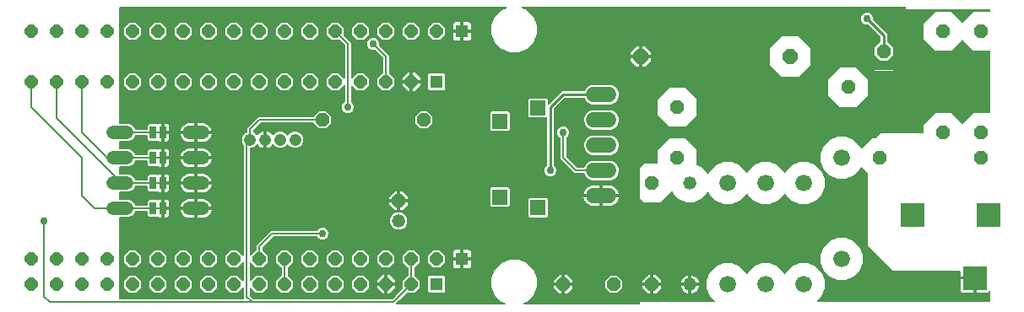
<source format=gbr>
G04 EAGLE Gerber RS-274X export*
G75*
%MOMM*%
%FSLAX34Y34*%
%LPD*%
%INBottom Copper*%
%IPPOS*%
%AMOC8*
5,1,8,0,0,1.08239X$1,22.5*%
G01*
%ADD10P,1.429621X8X112.500000*%
%ADD11C,1.320800*%
%ADD12P,1.649562X8X202.500000*%
%ADD13P,1.429621X8X292.500000*%
%ADD14C,1.676400*%
%ADD15P,1.429621X8X22.500000*%
%ADD16P,1.429621X8X202.500000*%
%ADD17R,1.508000X1.508000*%
%ADD18C,1.208000*%
%ADD19C,1.320800*%
%ADD20R,2.400000X2.400000*%
%ADD21P,1.415766X8X202.500000*%
%ADD22R,1.308000X1.308000*%
%ADD23P,1.524005X8X247.500000*%
%ADD24C,1.524000*%
%ADD25R,0.635000X1.270000*%
%ADD26R,0.406400X0.254000*%
%ADD27C,0.152400*%
%ADD28C,0.756400*%
%ADD29C,0.254000*%

G36*
X635019Y30450D02*
X635019Y30450D01*
X635039Y30448D01*
X635140Y30470D01*
X635242Y30487D01*
X635260Y30496D01*
X635280Y30500D01*
X635368Y30553D01*
X635460Y30602D01*
X635474Y30616D01*
X635491Y30627D01*
X635558Y30705D01*
X635629Y30780D01*
X635638Y30798D01*
X635651Y30813D01*
X635690Y30909D01*
X635733Y31003D01*
X635735Y31023D01*
X635743Y31042D01*
X635761Y31208D01*
X635761Y32987D01*
X710114Y32932D01*
X710185Y32944D01*
X710257Y32946D01*
X710306Y32963D01*
X710357Y32972D01*
X710420Y33005D01*
X710488Y33030D01*
X710528Y33063D01*
X710574Y33087D01*
X710624Y33139D01*
X710680Y33184D01*
X710708Y33227D01*
X710744Y33265D01*
X710774Y33330D01*
X710813Y33391D01*
X710826Y33441D01*
X710847Y33488D01*
X710855Y33559D01*
X710873Y33629D01*
X710869Y33681D01*
X710875Y33732D01*
X710859Y33803D01*
X710854Y33874D01*
X710834Y33922D01*
X710823Y33973D01*
X710786Y34035D01*
X710758Y34101D01*
X710713Y34156D01*
X710697Y34184D01*
X710679Y34199D01*
X710653Y34232D01*
X706027Y38858D01*
X702817Y46606D01*
X702817Y54994D01*
X706027Y62742D01*
X711958Y68673D01*
X719706Y71883D01*
X728094Y71883D01*
X735842Y68673D01*
X741773Y62742D01*
X742247Y61599D01*
X742284Y61538D01*
X742314Y61473D01*
X742349Y61434D01*
X742376Y61390D01*
X742432Y61344D01*
X742480Y61291D01*
X742526Y61266D01*
X742566Y61233D01*
X742633Y61207D01*
X742696Y61173D01*
X742747Y61164D01*
X742795Y61145D01*
X742867Y61142D01*
X742938Y61129D01*
X742989Y61137D01*
X743041Y61135D01*
X743110Y61155D01*
X743181Y61165D01*
X743227Y61189D01*
X743277Y61203D01*
X743336Y61244D01*
X743400Y61276D01*
X743437Y61314D01*
X743479Y61343D01*
X743522Y61401D01*
X743572Y61452D01*
X743607Y61515D01*
X743626Y61541D01*
X743633Y61563D01*
X743653Y61599D01*
X744127Y62742D01*
X750058Y68673D01*
X757806Y71883D01*
X766194Y71883D01*
X773942Y68673D01*
X779873Y62742D01*
X780347Y61599D01*
X780384Y61538D01*
X780414Y61473D01*
X780449Y61434D01*
X780476Y61390D01*
X780531Y61344D01*
X780580Y61291D01*
X780626Y61266D01*
X780666Y61233D01*
X780733Y61207D01*
X780796Y61173D01*
X780847Y61164D01*
X780895Y61145D01*
X780967Y61142D01*
X781038Y61129D01*
X781089Y61137D01*
X781141Y61135D01*
X781210Y61155D01*
X781281Y61165D01*
X781327Y61189D01*
X781377Y61203D01*
X781436Y61244D01*
X781500Y61276D01*
X781537Y61314D01*
X781579Y61343D01*
X781622Y61401D01*
X781672Y61452D01*
X781707Y61515D01*
X781726Y61541D01*
X781733Y61563D01*
X781753Y61599D01*
X782227Y62742D01*
X788158Y68673D01*
X795906Y71883D01*
X804294Y71883D01*
X812042Y68673D01*
X817973Y62742D01*
X821183Y54994D01*
X821183Y46606D01*
X817973Y38858D01*
X813272Y34156D01*
X813230Y34098D01*
X813181Y34046D01*
X813159Y33999D01*
X813128Y33956D01*
X813107Y33888D01*
X813077Y33823D01*
X813071Y33771D01*
X813056Y33721D01*
X813058Y33650D01*
X813050Y33579D01*
X813061Y33528D01*
X813062Y33475D01*
X813087Y33408D01*
X813102Y33338D01*
X813128Y33294D01*
X813146Y33244D01*
X813191Y33188D01*
X813228Y33127D01*
X813267Y33093D01*
X813300Y33052D01*
X813360Y33014D01*
X813415Y32967D01*
X813463Y32948D01*
X813507Y32919D01*
X813576Y32902D01*
X813643Y32875D01*
X813714Y32867D01*
X813746Y32859D01*
X813769Y32861D01*
X813809Y32857D01*
X986367Y32731D01*
X986387Y32734D01*
X986407Y32732D01*
X986508Y32754D01*
X986610Y32770D01*
X986628Y32780D01*
X986648Y32784D01*
X986736Y32837D01*
X986828Y32885D01*
X986842Y32900D01*
X986859Y32910D01*
X986926Y32988D01*
X986997Y33063D01*
X987006Y33082D01*
X987019Y33097D01*
X987058Y33193D01*
X987101Y33286D01*
X987103Y33306D01*
X987111Y33325D01*
X987129Y33492D01*
X987129Y43427D01*
X987122Y43474D01*
X987123Y43522D01*
X987102Y43595D01*
X987090Y43670D01*
X987067Y43712D01*
X987053Y43758D01*
X987010Y43820D01*
X986974Y43887D01*
X986940Y43920D01*
X986912Y43960D01*
X986851Y44004D01*
X986796Y44057D01*
X986753Y44077D01*
X986714Y44105D01*
X986642Y44128D01*
X986573Y44160D01*
X986525Y44165D01*
X986480Y44180D01*
X986404Y44179D01*
X986329Y44187D01*
X986282Y44177D01*
X986234Y44176D01*
X986162Y44151D01*
X986088Y44135D01*
X986047Y44110D01*
X986002Y44094D01*
X985942Y44048D01*
X985877Y44009D01*
X985846Y43972D01*
X985808Y43943D01*
X985732Y43839D01*
X985717Y43822D01*
X985715Y43816D01*
X985709Y43808D01*
X985583Y43590D01*
X985110Y43117D01*
X984531Y42782D01*
X983884Y42609D01*
X973073Y42609D01*
X973073Y56388D01*
X973070Y56408D01*
X973072Y56427D01*
X973050Y56529D01*
X973033Y56631D01*
X973024Y56648D01*
X973020Y56668D01*
X972967Y56757D01*
X972918Y56848D01*
X972904Y56862D01*
X972894Y56879D01*
X972815Y56946D01*
X972740Y57017D01*
X972722Y57026D01*
X972707Y57039D01*
X972611Y57077D01*
X972517Y57121D01*
X972497Y57123D01*
X972479Y57131D01*
X972312Y57149D01*
X971549Y57149D01*
X971549Y57912D01*
X971546Y57932D01*
X971548Y57951D01*
X971526Y58053D01*
X971509Y58155D01*
X971500Y58172D01*
X971496Y58192D01*
X971443Y58281D01*
X971394Y58372D01*
X971380Y58386D01*
X971370Y58403D01*
X971291Y58470D01*
X971216Y58541D01*
X971198Y58550D01*
X971183Y58563D01*
X971087Y58602D01*
X970993Y58645D01*
X970973Y58647D01*
X970955Y58655D01*
X970788Y58673D01*
X957009Y58673D01*
X957009Y63500D01*
X957006Y63520D01*
X957008Y63539D01*
X956986Y63641D01*
X956970Y63743D01*
X956960Y63760D01*
X956956Y63780D01*
X956903Y63869D01*
X956854Y63960D01*
X956840Y63974D01*
X956830Y63991D01*
X956751Y64058D01*
X956676Y64130D01*
X956658Y64138D01*
X956643Y64151D01*
X956547Y64190D01*
X956453Y64233D01*
X956433Y64235D01*
X956415Y64243D01*
X956248Y64261D01*
X889315Y64261D01*
X864361Y89215D01*
X864361Y162122D01*
X864347Y162213D01*
X864339Y162303D01*
X864327Y162333D01*
X864322Y162365D01*
X864279Y162446D01*
X864243Y162530D01*
X864217Y162562D01*
X864206Y162583D01*
X864183Y162605D01*
X864166Y162627D01*
X864161Y162634D01*
X864156Y162638D01*
X864138Y162661D01*
X858305Y168494D01*
X858267Y168521D01*
X858236Y168555D01*
X858168Y168593D01*
X858105Y168638D01*
X858061Y168651D01*
X858021Y168674D01*
X857944Y168687D01*
X857870Y168710D01*
X857824Y168709D01*
X857779Y168717D01*
X857702Y168706D01*
X857624Y168704D01*
X857581Y168688D01*
X857535Y168682D01*
X857466Y168646D01*
X857393Y168620D01*
X857357Y168591D01*
X857316Y168570D01*
X857262Y168514D01*
X857201Y168466D01*
X857176Y168427D01*
X857144Y168394D01*
X857078Y168275D01*
X857068Y168259D01*
X857067Y168254D01*
X857063Y168247D01*
X856073Y165858D01*
X850142Y159927D01*
X842394Y156717D01*
X834006Y156717D01*
X826258Y159927D01*
X820327Y165858D01*
X817117Y173606D01*
X817117Y181994D01*
X820327Y189742D01*
X826258Y195673D01*
X834006Y198883D01*
X842394Y198883D01*
X850142Y195673D01*
X856073Y189742D01*
X857063Y187353D01*
X857087Y187313D01*
X857103Y187270D01*
X857151Y187210D01*
X857193Y187143D01*
X857228Y187114D01*
X857257Y187078D01*
X857322Y187036D01*
X857382Y186987D01*
X857425Y186970D01*
X857464Y186945D01*
X857539Y186926D01*
X857612Y186898D01*
X857658Y186897D01*
X857702Y186885D01*
X857780Y186891D01*
X857857Y186888D01*
X857902Y186901D01*
X857947Y186904D01*
X858019Y186935D01*
X858094Y186957D01*
X858131Y186983D01*
X858174Y187001D01*
X858280Y187086D01*
X858296Y187097D01*
X858299Y187101D01*
X858305Y187106D01*
X868304Y197105D01*
X870966Y197105D01*
X871056Y197119D01*
X871147Y197127D01*
X871177Y197139D01*
X871209Y197144D01*
X871289Y197187D01*
X871373Y197223D01*
X871405Y197249D01*
X871426Y197260D01*
X871448Y197283D01*
X871504Y197328D01*
X876615Y202439D01*
X919734Y202439D01*
X919754Y202442D01*
X919773Y202440D01*
X919875Y202462D01*
X919977Y202479D01*
X919994Y202488D01*
X920014Y202492D01*
X920103Y202545D01*
X920194Y202594D01*
X920208Y202608D01*
X920225Y202618D01*
X920292Y202697D01*
X920364Y202772D01*
X920372Y202790D01*
X920385Y202805D01*
X920424Y202901D01*
X920467Y202995D01*
X920469Y203015D01*
X920477Y203033D01*
X920495Y203200D01*
X920495Y211196D01*
X931804Y222505D01*
X947796Y222505D01*
X958312Y211989D01*
X958328Y211978D01*
X958340Y211962D01*
X958428Y211906D01*
X958511Y211846D01*
X958530Y211840D01*
X958547Y211829D01*
X958648Y211804D01*
X958747Y211773D01*
X958766Y211774D01*
X958786Y211769D01*
X958889Y211777D01*
X958992Y211780D01*
X959011Y211787D01*
X959031Y211788D01*
X959126Y211829D01*
X959223Y211864D01*
X959239Y211877D01*
X959257Y211884D01*
X959388Y211989D01*
X969904Y222505D01*
X985266Y222505D01*
X985356Y222519D01*
X985447Y222527D01*
X985477Y222539D01*
X985509Y222544D01*
X985589Y222587D01*
X985673Y222623D01*
X985705Y222649D01*
X985726Y222660D01*
X985748Y222683D01*
X985804Y222728D01*
X986906Y223830D01*
X986959Y223904D01*
X987019Y223973D01*
X987031Y224003D01*
X987050Y224029D01*
X987077Y224116D01*
X987111Y224201D01*
X987115Y224242D01*
X987122Y224265D01*
X987121Y224297D01*
X987129Y224368D01*
X987129Y284890D01*
X987118Y284961D01*
X987116Y285033D01*
X987098Y285082D01*
X987090Y285133D01*
X987056Y285197D01*
X987031Y285264D01*
X986999Y285305D01*
X986974Y285351D01*
X986922Y285400D01*
X986878Y285456D01*
X986834Y285484D01*
X986796Y285520D01*
X986731Y285550D01*
X986671Y285589D01*
X986620Y285602D01*
X986573Y285624D01*
X986502Y285631D01*
X986432Y285649D01*
X986380Y285645D01*
X986329Y285651D01*
X986258Y285635D01*
X986187Y285630D01*
X986139Y285609D01*
X986088Y285598D01*
X986027Y285562D01*
X985961Y285534D01*
X985913Y285495D01*
X969904Y285495D01*
X959388Y296011D01*
X959372Y296022D01*
X959360Y296038D01*
X959272Y296094D01*
X959189Y296154D01*
X959170Y296160D01*
X959153Y296171D01*
X959052Y296196D01*
X958953Y296227D01*
X958934Y296226D01*
X958914Y296231D01*
X958811Y296223D01*
X958708Y296220D01*
X958689Y296213D01*
X958669Y296212D01*
X958574Y296172D01*
X958477Y296136D01*
X958461Y296123D01*
X958443Y296116D01*
X958312Y296011D01*
X947796Y285495D01*
X931804Y285495D01*
X920495Y296804D01*
X920495Y312796D01*
X931804Y324105D01*
X947796Y324105D01*
X958312Y313589D01*
X958328Y313578D01*
X958340Y313562D01*
X958428Y313506D01*
X958511Y313446D01*
X958530Y313440D01*
X958547Y313429D01*
X958648Y313404D01*
X958747Y313373D01*
X958766Y313374D01*
X958786Y313369D01*
X958889Y313377D01*
X958992Y313380D01*
X959011Y313387D01*
X959031Y313388D01*
X959126Y313429D01*
X959223Y313464D01*
X959239Y313477D01*
X959257Y313484D01*
X959388Y313589D01*
X969904Y324105D01*
X985914Y324105D01*
X985940Y324080D01*
X985987Y324058D01*
X986029Y324028D01*
X986098Y324007D01*
X986163Y323976D01*
X986215Y323971D01*
X986264Y323955D01*
X986336Y323957D01*
X986407Y323949D01*
X986458Y323960D01*
X986510Y323962D01*
X986578Y323986D01*
X986648Y324002D01*
X986693Y324028D01*
X986741Y324046D01*
X986797Y324091D01*
X986859Y324128D01*
X986893Y324167D01*
X986933Y324200D01*
X986972Y324260D01*
X987019Y324315D01*
X987038Y324363D01*
X987066Y324407D01*
X987084Y324476D01*
X987111Y324543D01*
X987119Y324614D01*
X987127Y324645D01*
X987125Y324669D01*
X987129Y324710D01*
X987129Y325978D01*
X987126Y325998D01*
X987128Y326017D01*
X987106Y326119D01*
X987090Y326221D01*
X987080Y326238D01*
X987076Y326258D01*
X987023Y326347D01*
X986974Y326438D01*
X986960Y326452D01*
X986950Y326469D01*
X986871Y326536D01*
X986796Y326608D01*
X986778Y326616D01*
X986763Y326629D01*
X986667Y326668D01*
X986573Y326711D01*
X986553Y326713D01*
X986535Y326721D01*
X986368Y326739D01*
X902461Y326739D01*
X902461Y328518D01*
X902458Y328538D01*
X902460Y328557D01*
X902438Y328659D01*
X902421Y328761D01*
X902412Y328778D01*
X902408Y328798D01*
X902355Y328887D01*
X902306Y328978D01*
X902292Y328992D01*
X902282Y329009D01*
X902203Y329076D01*
X902128Y329148D01*
X902110Y329156D01*
X902095Y329169D01*
X901999Y329208D01*
X901905Y329251D01*
X901885Y329253D01*
X901867Y329261D01*
X901700Y329279D01*
X517968Y329279D01*
X517872Y329264D01*
X517775Y329254D01*
X517751Y329244D01*
X517725Y329240D01*
X517639Y329194D01*
X517550Y329154D01*
X517531Y329137D01*
X517508Y329124D01*
X517441Y329054D01*
X517369Y328988D01*
X517357Y328965D01*
X517339Y328946D01*
X517298Y328858D01*
X517251Y328772D01*
X517246Y328747D01*
X517235Y328723D01*
X517224Y328626D01*
X517207Y328530D01*
X517211Y328504D01*
X517208Y328479D01*
X517228Y328383D01*
X517243Y328287D01*
X517254Y328264D01*
X517260Y328238D01*
X517310Y328155D01*
X517354Y328068D01*
X517373Y328049D01*
X517386Y328027D01*
X517460Y327964D01*
X517530Y327896D01*
X517558Y327880D01*
X517573Y327867D01*
X517604Y327855D01*
X517677Y327815D01*
X522466Y325831D01*
X528841Y319456D01*
X532291Y311127D01*
X532291Y302113D01*
X528841Y293784D01*
X522466Y287409D01*
X514137Y283959D01*
X505123Y283959D01*
X496794Y287409D01*
X490419Y293784D01*
X486969Y302113D01*
X486969Y311127D01*
X490419Y319456D01*
X496794Y325831D01*
X501583Y327815D01*
X501666Y327866D01*
X501752Y327912D01*
X501770Y327930D01*
X501792Y327944D01*
X501855Y328020D01*
X501921Y328090D01*
X501932Y328114D01*
X501949Y328134D01*
X501984Y328225D01*
X502025Y328313D01*
X502028Y328339D01*
X502037Y328363D01*
X502041Y328461D01*
X502052Y328557D01*
X502047Y328583D01*
X502048Y328609D01*
X502021Y328703D01*
X502000Y328798D01*
X501987Y328820D01*
X501979Y328845D01*
X501924Y328925D01*
X501874Y329009D01*
X501854Y329026D01*
X501839Y329047D01*
X501761Y329106D01*
X501687Y329169D01*
X501663Y329179D01*
X501642Y329194D01*
X501549Y329224D01*
X501459Y329261D01*
X501426Y329264D01*
X501408Y329270D01*
X501375Y329270D01*
X501292Y329279D01*
X114300Y329279D01*
X114280Y329276D01*
X114261Y329278D01*
X114159Y329256D01*
X114057Y329240D01*
X114040Y329230D01*
X114020Y329226D01*
X113931Y329173D01*
X113840Y329124D01*
X113826Y329110D01*
X113809Y329100D01*
X113742Y329021D01*
X113671Y328946D01*
X113662Y328928D01*
X113649Y328913D01*
X113610Y328817D01*
X113567Y328723D01*
X113565Y328703D01*
X113557Y328685D01*
X113539Y328518D01*
X113539Y212616D01*
X113542Y212596D01*
X113540Y212577D01*
X113562Y212475D01*
X113579Y212373D01*
X113588Y212356D01*
X113592Y212336D01*
X113645Y212247D01*
X113694Y212156D01*
X113708Y212142D01*
X113718Y212125D01*
X113797Y212058D01*
X113872Y211986D01*
X113890Y211978D01*
X113905Y211965D01*
X114001Y211926D01*
X114095Y211883D01*
X114115Y211881D01*
X114133Y211873D01*
X114300Y211855D01*
X122626Y211855D01*
X125807Y210537D01*
X128241Y208103D01*
X128912Y206483D01*
X128974Y206383D01*
X129034Y206283D01*
X129038Y206279D01*
X129042Y206274D01*
X129132Y206199D01*
X129221Y206123D01*
X129226Y206121D01*
X129231Y206117D01*
X129340Y206075D01*
X129449Y206031D01*
X129456Y206030D01*
X129461Y206029D01*
X129479Y206028D01*
X129615Y206013D01*
X141333Y206013D01*
X141353Y206016D01*
X141372Y206014D01*
X141474Y206036D01*
X141576Y206052D01*
X141593Y206062D01*
X141613Y206066D01*
X141702Y206119D01*
X141793Y206168D01*
X141807Y206182D01*
X141824Y206192D01*
X141891Y206271D01*
X141963Y206346D01*
X141971Y206364D01*
X141984Y206379D01*
X142023Y206475D01*
X142066Y206569D01*
X142068Y206589D01*
X142076Y206607D01*
X142094Y206774D01*
X142094Y210399D01*
X143296Y211601D01*
X151344Y211601D01*
X151515Y211430D01*
X151531Y211418D01*
X151544Y211403D01*
X151631Y211347D01*
X151715Y211286D01*
X151734Y211281D01*
X151751Y211270D01*
X151851Y211245D01*
X151950Y211214D01*
X151970Y211215D01*
X151989Y211210D01*
X152092Y211218D01*
X152196Y211220D01*
X152215Y211227D01*
X152235Y211229D01*
X152330Y211269D01*
X152427Y211305D01*
X152442Y211317D01*
X152461Y211325D01*
X152592Y211430D01*
X152745Y211583D01*
X153324Y211918D01*
X153971Y212091D01*
X155957Y212091D01*
X155957Y206161D01*
X155972Y206071D01*
X155979Y205980D01*
X155991Y205950D01*
X155997Y205918D01*
X156039Y205837D01*
X156075Y205753D01*
X156101Y205721D01*
X156112Y205701D01*
X156135Y205678D01*
X156180Y205622D01*
X156483Y205319D01*
X156483Y203962D01*
X156486Y203942D01*
X156484Y203923D01*
X156506Y203821D01*
X156522Y203719D01*
X156532Y203702D01*
X156536Y203682D01*
X156589Y203593D01*
X156638Y203502D01*
X156652Y203488D01*
X156662Y203471D01*
X156741Y203404D01*
X156816Y203333D01*
X156834Y203324D01*
X156849Y203311D01*
X156945Y203272D01*
X157039Y203229D01*
X157059Y203227D01*
X157077Y203219D01*
X157244Y203201D01*
X157481Y203201D01*
X157481Y203199D01*
X157244Y203199D01*
X157224Y203196D01*
X157205Y203198D01*
X157103Y203176D01*
X157001Y203159D01*
X156984Y203150D01*
X156964Y203146D01*
X156875Y203093D01*
X156784Y203044D01*
X156770Y203030D01*
X156753Y203020D01*
X156686Y202941D01*
X156614Y202866D01*
X156606Y202848D01*
X156593Y202833D01*
X156554Y202737D01*
X156511Y202643D01*
X156509Y202623D01*
X156501Y202605D01*
X156483Y202438D01*
X156483Y201081D01*
X156180Y200778D01*
X156127Y200704D01*
X156067Y200634D01*
X156055Y200604D01*
X156036Y200578D01*
X156009Y200491D01*
X155975Y200406D01*
X155971Y200365D01*
X155964Y200343D01*
X155965Y200311D01*
X155957Y200239D01*
X155957Y194309D01*
X153971Y194309D01*
X153324Y194482D01*
X152745Y194817D01*
X152592Y194970D01*
X152576Y194982D01*
X152563Y194997D01*
X152476Y195053D01*
X152392Y195114D01*
X152373Y195119D01*
X152356Y195130D01*
X152256Y195155D01*
X152157Y195186D01*
X152137Y195185D01*
X152118Y195190D01*
X152015Y195182D01*
X151911Y195180D01*
X151892Y195173D01*
X151872Y195171D01*
X151777Y195131D01*
X151680Y195095D01*
X151665Y195083D01*
X151646Y195075D01*
X151515Y194970D01*
X151344Y194799D01*
X143296Y194799D01*
X142094Y196001D01*
X142094Y199626D01*
X142091Y199646D01*
X142093Y199665D01*
X142071Y199767D01*
X142055Y199869D01*
X142045Y199886D01*
X142041Y199906D01*
X141988Y199995D01*
X141939Y200086D01*
X141925Y200100D01*
X141915Y200117D01*
X141836Y200184D01*
X141761Y200256D01*
X141743Y200264D01*
X141728Y200277D01*
X141632Y200316D01*
X141538Y200359D01*
X141518Y200361D01*
X141500Y200369D01*
X141333Y200387D01*
X129615Y200387D01*
X129501Y200368D01*
X129384Y200351D01*
X129379Y200349D01*
X129373Y200348D01*
X129270Y200293D01*
X129165Y200240D01*
X129161Y200235D01*
X129155Y200232D01*
X129075Y200148D01*
X128993Y200064D01*
X128989Y200058D01*
X128986Y200054D01*
X128978Y200037D01*
X128912Y199917D01*
X128241Y198297D01*
X125807Y195863D01*
X122626Y194545D01*
X114300Y194545D01*
X114280Y194542D01*
X114261Y194544D01*
X114159Y194522D01*
X114057Y194506D01*
X114040Y194496D01*
X114020Y194492D01*
X113931Y194439D01*
X113840Y194390D01*
X113826Y194376D01*
X113809Y194366D01*
X113742Y194287D01*
X113671Y194212D01*
X113662Y194194D01*
X113649Y194179D01*
X113610Y194083D01*
X113567Y193989D01*
X113565Y193969D01*
X113557Y193951D01*
X113539Y193784D01*
X113539Y187216D01*
X113542Y187196D01*
X113540Y187177D01*
X113562Y187075D01*
X113579Y186973D01*
X113588Y186956D01*
X113592Y186936D01*
X113645Y186847D01*
X113694Y186756D01*
X113708Y186742D01*
X113718Y186725D01*
X113797Y186658D01*
X113872Y186586D01*
X113890Y186578D01*
X113905Y186565D01*
X114001Y186526D01*
X114095Y186483D01*
X114115Y186481D01*
X114133Y186473D01*
X114300Y186455D01*
X122626Y186455D01*
X125807Y185137D01*
X128241Y182703D01*
X128912Y181083D01*
X128974Y180983D01*
X129034Y180883D01*
X129038Y180879D01*
X129042Y180874D01*
X129132Y180799D01*
X129221Y180723D01*
X129226Y180721D01*
X129231Y180717D01*
X129340Y180675D01*
X129449Y180631D01*
X129456Y180630D01*
X129461Y180629D01*
X129479Y180628D01*
X129615Y180613D01*
X141333Y180613D01*
X141353Y180616D01*
X141372Y180614D01*
X141474Y180636D01*
X141576Y180652D01*
X141593Y180662D01*
X141613Y180666D01*
X141702Y180719D01*
X141793Y180768D01*
X141807Y180782D01*
X141824Y180792D01*
X141891Y180871D01*
X141963Y180946D01*
X141971Y180964D01*
X141984Y180979D01*
X142023Y181075D01*
X142066Y181169D01*
X142068Y181189D01*
X142076Y181207D01*
X142094Y181374D01*
X142094Y184999D01*
X143296Y186201D01*
X151344Y186201D01*
X151515Y186030D01*
X151531Y186018D01*
X151544Y186003D01*
X151631Y185947D01*
X151715Y185886D01*
X151734Y185881D01*
X151751Y185870D01*
X151851Y185845D01*
X151950Y185814D01*
X151970Y185815D01*
X151989Y185810D01*
X152092Y185818D01*
X152196Y185820D01*
X152215Y185827D01*
X152235Y185829D01*
X152330Y185869D01*
X152427Y185905D01*
X152442Y185917D01*
X152461Y185925D01*
X152592Y186030D01*
X152745Y186183D01*
X153324Y186518D01*
X153971Y186691D01*
X155957Y186691D01*
X155957Y180761D01*
X155972Y180671D01*
X155979Y180580D01*
X155991Y180550D01*
X155997Y180518D01*
X156039Y180437D01*
X156075Y180353D01*
X156101Y180321D01*
X156112Y180301D01*
X156135Y180278D01*
X156180Y180222D01*
X156483Y179919D01*
X156483Y178562D01*
X156486Y178542D01*
X156484Y178523D01*
X156506Y178421D01*
X156522Y178319D01*
X156532Y178302D01*
X156536Y178282D01*
X156589Y178193D01*
X156638Y178102D01*
X156652Y178088D01*
X156662Y178071D01*
X156741Y178004D01*
X156816Y177933D01*
X156834Y177924D01*
X156849Y177911D01*
X156945Y177872D01*
X157039Y177829D01*
X157059Y177827D01*
X157077Y177819D01*
X157244Y177801D01*
X157481Y177801D01*
X157481Y177799D01*
X157244Y177799D01*
X157224Y177796D01*
X157205Y177798D01*
X157103Y177776D01*
X157001Y177759D01*
X156984Y177750D01*
X156964Y177746D01*
X156875Y177693D01*
X156784Y177644D01*
X156770Y177630D01*
X156753Y177620D01*
X156686Y177541D01*
X156614Y177466D01*
X156606Y177448D01*
X156593Y177433D01*
X156554Y177337D01*
X156511Y177243D01*
X156509Y177223D01*
X156501Y177205D01*
X156483Y177038D01*
X156483Y175681D01*
X156180Y175378D01*
X156127Y175304D01*
X156067Y175234D01*
X156055Y175204D01*
X156036Y175178D01*
X156009Y175091D01*
X155975Y175006D01*
X155971Y174965D01*
X155964Y174943D01*
X155965Y174911D01*
X155957Y174839D01*
X155957Y168909D01*
X153971Y168909D01*
X153324Y169082D01*
X152745Y169417D01*
X152592Y169570D01*
X152576Y169582D01*
X152563Y169597D01*
X152476Y169653D01*
X152392Y169714D01*
X152373Y169719D01*
X152356Y169730D01*
X152256Y169755D01*
X152157Y169786D01*
X152137Y169785D01*
X152118Y169790D01*
X152015Y169782D01*
X151911Y169780D01*
X151892Y169773D01*
X151872Y169771D01*
X151777Y169731D01*
X151680Y169695D01*
X151665Y169683D01*
X151646Y169675D01*
X151515Y169570D01*
X151344Y169399D01*
X143296Y169399D01*
X142094Y170601D01*
X142094Y174226D01*
X142091Y174246D01*
X142093Y174265D01*
X142071Y174367D01*
X142055Y174469D01*
X142045Y174486D01*
X142041Y174506D01*
X141988Y174595D01*
X141939Y174686D01*
X141925Y174700D01*
X141915Y174717D01*
X141836Y174784D01*
X141761Y174856D01*
X141743Y174864D01*
X141728Y174877D01*
X141632Y174916D01*
X141538Y174959D01*
X141518Y174961D01*
X141500Y174969D01*
X141333Y174987D01*
X129615Y174987D01*
X129501Y174968D01*
X129384Y174951D01*
X129379Y174949D01*
X129373Y174948D01*
X129270Y174893D01*
X129165Y174840D01*
X129161Y174835D01*
X129155Y174832D01*
X129075Y174748D01*
X128993Y174664D01*
X128989Y174658D01*
X128986Y174654D01*
X128978Y174637D01*
X128912Y174517D01*
X128241Y172897D01*
X125807Y170463D01*
X122626Y169145D01*
X114300Y169145D01*
X114280Y169142D01*
X114261Y169144D01*
X114159Y169122D01*
X114057Y169106D01*
X114040Y169096D01*
X114020Y169092D01*
X113931Y169039D01*
X113840Y168990D01*
X113826Y168976D01*
X113809Y168966D01*
X113742Y168887D01*
X113671Y168812D01*
X113662Y168794D01*
X113649Y168779D01*
X113610Y168683D01*
X113567Y168589D01*
X113565Y168569D01*
X113557Y168551D01*
X113539Y168384D01*
X113539Y161816D01*
X113542Y161796D01*
X113540Y161777D01*
X113562Y161675D01*
X113579Y161573D01*
X113588Y161556D01*
X113592Y161536D01*
X113645Y161447D01*
X113694Y161356D01*
X113708Y161342D01*
X113718Y161325D01*
X113797Y161258D01*
X113872Y161186D01*
X113890Y161178D01*
X113905Y161165D01*
X114001Y161126D01*
X114095Y161083D01*
X114115Y161081D01*
X114133Y161073D01*
X114300Y161055D01*
X122626Y161055D01*
X125807Y159737D01*
X128241Y157303D01*
X128912Y155683D01*
X128974Y155583D01*
X129034Y155483D01*
X129038Y155479D01*
X129042Y155474D01*
X129132Y155399D01*
X129221Y155323D01*
X129226Y155321D01*
X129231Y155317D01*
X129340Y155275D01*
X129449Y155231D01*
X129456Y155230D01*
X129461Y155229D01*
X129479Y155228D01*
X129615Y155213D01*
X141333Y155213D01*
X141353Y155216D01*
X141372Y155214D01*
X141474Y155236D01*
X141576Y155252D01*
X141593Y155262D01*
X141613Y155266D01*
X141702Y155319D01*
X141793Y155368D01*
X141807Y155382D01*
X141824Y155392D01*
X141891Y155471D01*
X141963Y155546D01*
X141971Y155564D01*
X141984Y155579D01*
X142023Y155675D01*
X142066Y155769D01*
X142068Y155789D01*
X142076Y155807D01*
X142094Y155974D01*
X142094Y159599D01*
X143296Y160801D01*
X151344Y160801D01*
X151515Y160630D01*
X151531Y160618D01*
X151544Y160603D01*
X151631Y160547D01*
X151715Y160486D01*
X151734Y160481D01*
X151751Y160470D01*
X151851Y160445D01*
X151950Y160414D01*
X151970Y160415D01*
X151989Y160410D01*
X152092Y160418D01*
X152196Y160420D01*
X152215Y160427D01*
X152235Y160429D01*
X152330Y160469D01*
X152427Y160505D01*
X152442Y160517D01*
X152461Y160525D01*
X152592Y160630D01*
X152745Y160783D01*
X153324Y161118D01*
X153971Y161291D01*
X155957Y161291D01*
X155957Y155361D01*
X155972Y155271D01*
X155979Y155180D01*
X155991Y155150D01*
X155997Y155118D01*
X156039Y155037D01*
X156075Y154953D01*
X156101Y154921D01*
X156112Y154901D01*
X156135Y154878D01*
X156180Y154822D01*
X156483Y154519D01*
X156483Y153162D01*
X156486Y153142D01*
X156484Y153123D01*
X156506Y153021D01*
X156522Y152919D01*
X156532Y152902D01*
X156536Y152882D01*
X156589Y152793D01*
X156638Y152702D01*
X156652Y152688D01*
X156662Y152671D01*
X156741Y152604D01*
X156816Y152533D01*
X156834Y152524D01*
X156849Y152511D01*
X156945Y152472D01*
X157039Y152429D01*
X157059Y152427D01*
X157077Y152419D01*
X157244Y152401D01*
X157481Y152401D01*
X157481Y152399D01*
X157244Y152399D01*
X157224Y152396D01*
X157205Y152398D01*
X157103Y152376D01*
X157001Y152359D01*
X156984Y152350D01*
X156964Y152346D01*
X156875Y152293D01*
X156784Y152244D01*
X156770Y152230D01*
X156753Y152220D01*
X156686Y152141D01*
X156614Y152066D01*
X156606Y152048D01*
X156593Y152033D01*
X156554Y151937D01*
X156511Y151843D01*
X156509Y151823D01*
X156501Y151805D01*
X156483Y151638D01*
X156483Y150281D01*
X156180Y149978D01*
X156127Y149904D01*
X156067Y149834D01*
X156055Y149804D01*
X156036Y149778D01*
X156009Y149691D01*
X155975Y149606D01*
X155971Y149565D01*
X155964Y149543D01*
X155965Y149511D01*
X155957Y149439D01*
X155957Y143509D01*
X153971Y143509D01*
X153324Y143682D01*
X152745Y144017D01*
X152592Y144170D01*
X152576Y144182D01*
X152563Y144197D01*
X152476Y144253D01*
X152392Y144314D01*
X152373Y144319D01*
X152356Y144330D01*
X152256Y144355D01*
X152157Y144386D01*
X152137Y144385D01*
X152118Y144390D01*
X152015Y144382D01*
X151911Y144380D01*
X151892Y144373D01*
X151872Y144371D01*
X151777Y144331D01*
X151680Y144295D01*
X151665Y144283D01*
X151646Y144275D01*
X151515Y144170D01*
X151344Y143999D01*
X143296Y143999D01*
X142094Y145201D01*
X142094Y148826D01*
X142091Y148846D01*
X142093Y148865D01*
X142071Y148967D01*
X142055Y149069D01*
X142045Y149086D01*
X142041Y149106D01*
X141988Y149195D01*
X141939Y149286D01*
X141925Y149300D01*
X141915Y149317D01*
X141836Y149384D01*
X141761Y149456D01*
X141743Y149464D01*
X141728Y149477D01*
X141632Y149516D01*
X141538Y149559D01*
X141518Y149561D01*
X141500Y149569D01*
X141333Y149587D01*
X129615Y149587D01*
X129501Y149568D01*
X129384Y149551D01*
X129379Y149549D01*
X129373Y149548D01*
X129270Y149493D01*
X129165Y149440D01*
X129161Y149435D01*
X129155Y149432D01*
X129075Y149348D01*
X128993Y149264D01*
X128989Y149258D01*
X128986Y149254D01*
X128978Y149237D01*
X128912Y149117D01*
X128241Y147497D01*
X125807Y145063D01*
X122626Y143745D01*
X114300Y143745D01*
X114280Y143742D01*
X114261Y143744D01*
X114159Y143722D01*
X114057Y143706D01*
X114040Y143696D01*
X114020Y143692D01*
X113931Y143639D01*
X113840Y143590D01*
X113826Y143576D01*
X113809Y143566D01*
X113742Y143487D01*
X113671Y143412D01*
X113662Y143394D01*
X113649Y143379D01*
X113610Y143283D01*
X113567Y143189D01*
X113565Y143169D01*
X113557Y143151D01*
X113539Y142984D01*
X113539Y136416D01*
X113542Y136396D01*
X113540Y136377D01*
X113562Y136275D01*
X113579Y136173D01*
X113588Y136156D01*
X113592Y136136D01*
X113645Y136047D01*
X113694Y135956D01*
X113708Y135942D01*
X113718Y135925D01*
X113797Y135858D01*
X113872Y135786D01*
X113890Y135778D01*
X113905Y135765D01*
X114001Y135726D01*
X114095Y135683D01*
X114115Y135681D01*
X114133Y135673D01*
X114300Y135655D01*
X122626Y135655D01*
X125807Y134337D01*
X128241Y131903D01*
X128912Y130283D01*
X128974Y130183D01*
X129034Y130083D01*
X129038Y130079D01*
X129042Y130074D01*
X129132Y129999D01*
X129221Y129923D01*
X129226Y129921D01*
X129231Y129917D01*
X129340Y129875D01*
X129449Y129831D01*
X129456Y129830D01*
X129461Y129829D01*
X129479Y129828D01*
X129615Y129813D01*
X141333Y129813D01*
X141353Y129816D01*
X141372Y129814D01*
X141474Y129836D01*
X141576Y129852D01*
X141593Y129862D01*
X141613Y129866D01*
X141702Y129919D01*
X141793Y129968D01*
X141807Y129982D01*
X141824Y129992D01*
X141891Y130071D01*
X141963Y130146D01*
X141971Y130164D01*
X141984Y130179D01*
X142023Y130275D01*
X142066Y130369D01*
X142068Y130389D01*
X142076Y130407D01*
X142094Y130574D01*
X142094Y134199D01*
X143296Y135401D01*
X151344Y135401D01*
X151515Y135230D01*
X151531Y135218D01*
X151544Y135203D01*
X151631Y135147D01*
X151715Y135086D01*
X151734Y135081D01*
X151751Y135070D01*
X151851Y135045D01*
X151950Y135014D01*
X151970Y135015D01*
X151989Y135010D01*
X152092Y135018D01*
X152196Y135020D01*
X152215Y135027D01*
X152235Y135029D01*
X152330Y135069D01*
X152427Y135105D01*
X152442Y135117D01*
X152461Y135125D01*
X152592Y135230D01*
X152745Y135383D01*
X153324Y135718D01*
X153971Y135891D01*
X155957Y135891D01*
X155957Y129961D01*
X155972Y129871D01*
X155979Y129780D01*
X155991Y129750D01*
X155997Y129718D01*
X156039Y129637D01*
X156075Y129553D01*
X156101Y129521D01*
X156112Y129501D01*
X156135Y129478D01*
X156180Y129422D01*
X156483Y129119D01*
X156483Y127762D01*
X156486Y127742D01*
X156484Y127723D01*
X156506Y127621D01*
X156522Y127519D01*
X156532Y127502D01*
X156536Y127482D01*
X156589Y127393D01*
X156638Y127302D01*
X156652Y127288D01*
X156662Y127271D01*
X156741Y127204D01*
X156816Y127133D01*
X156834Y127124D01*
X156849Y127111D01*
X156945Y127072D01*
X157039Y127029D01*
X157059Y127027D01*
X157077Y127019D01*
X157244Y127001D01*
X157481Y127001D01*
X157481Y126999D01*
X157244Y126999D01*
X157224Y126996D01*
X157205Y126998D01*
X157103Y126976D01*
X157001Y126959D01*
X156984Y126950D01*
X156964Y126946D01*
X156875Y126893D01*
X156784Y126844D01*
X156770Y126830D01*
X156753Y126820D01*
X156686Y126741D01*
X156614Y126666D01*
X156606Y126648D01*
X156593Y126633D01*
X156554Y126537D01*
X156511Y126443D01*
X156509Y126423D01*
X156501Y126405D01*
X156483Y126238D01*
X156483Y124881D01*
X156180Y124578D01*
X156131Y124510D01*
X156130Y124509D01*
X156129Y124508D01*
X156127Y124504D01*
X156067Y124434D01*
X156055Y124404D01*
X156036Y124378D01*
X156009Y124291D01*
X155975Y124206D01*
X155971Y124165D01*
X155964Y124143D01*
X155965Y124111D01*
X155957Y124039D01*
X155957Y118109D01*
X153971Y118109D01*
X153324Y118282D01*
X152745Y118617D01*
X152592Y118770D01*
X152576Y118782D01*
X152563Y118797D01*
X152476Y118853D01*
X152392Y118914D01*
X152373Y118919D01*
X152356Y118930D01*
X152256Y118955D01*
X152157Y118986D01*
X152137Y118985D01*
X152118Y118990D01*
X152015Y118982D01*
X151911Y118980D01*
X151892Y118973D01*
X151872Y118971D01*
X151777Y118931D01*
X151680Y118895D01*
X151665Y118883D01*
X151646Y118875D01*
X151515Y118770D01*
X151344Y118599D01*
X143296Y118599D01*
X142094Y119801D01*
X142094Y123426D01*
X142091Y123446D01*
X142093Y123465D01*
X142071Y123567D01*
X142055Y123669D01*
X142045Y123686D01*
X142041Y123706D01*
X141988Y123795D01*
X141939Y123886D01*
X141925Y123900D01*
X141915Y123917D01*
X141836Y123984D01*
X141761Y124056D01*
X141743Y124064D01*
X141728Y124077D01*
X141632Y124116D01*
X141538Y124159D01*
X141518Y124161D01*
X141500Y124169D01*
X141333Y124187D01*
X129615Y124187D01*
X129501Y124168D01*
X129384Y124151D01*
X129379Y124149D01*
X129373Y124148D01*
X129270Y124093D01*
X129165Y124040D01*
X129161Y124035D01*
X129155Y124032D01*
X129075Y123948D01*
X128993Y123864D01*
X128989Y123858D01*
X128986Y123854D01*
X128978Y123837D01*
X128912Y123717D01*
X128241Y122097D01*
X125807Y119663D01*
X122626Y118345D01*
X114300Y118345D01*
X114280Y118342D01*
X114261Y118344D01*
X114159Y118322D01*
X114057Y118306D01*
X114040Y118296D01*
X114020Y118292D01*
X113931Y118239D01*
X113840Y118190D01*
X113826Y118176D01*
X113809Y118166D01*
X113742Y118087D01*
X113671Y118012D01*
X113662Y117994D01*
X113649Y117979D01*
X113610Y117883D01*
X113567Y117789D01*
X113565Y117769D01*
X113557Y117751D01*
X113539Y117584D01*
X113539Y36316D01*
X113542Y36297D01*
X113540Y36277D01*
X113562Y36176D01*
X113579Y36074D01*
X113588Y36056D01*
X113592Y36037D01*
X113645Y35948D01*
X113694Y35856D01*
X113708Y35843D01*
X113718Y35825D01*
X113797Y35758D01*
X113872Y35687D01*
X113890Y35679D01*
X113905Y35666D01*
X114001Y35627D01*
X114095Y35583D01*
X114115Y35581D01*
X114133Y35574D01*
X114300Y35555D01*
X238029Y35555D01*
X238100Y35567D01*
X238172Y35569D01*
X238221Y35587D01*
X238272Y35595D01*
X238335Y35628D01*
X238403Y35653D01*
X238443Y35686D01*
X238489Y35710D01*
X238539Y35762D01*
X238595Y35807D01*
X238623Y35851D01*
X238659Y35888D01*
X238689Y35953D01*
X238728Y36014D01*
X238740Y36064D01*
X238762Y36111D01*
X238770Y36183D01*
X238788Y36252D01*
X238784Y36304D01*
X238789Y36356D01*
X238774Y36426D01*
X238769Y36497D01*
X238748Y36545D01*
X238737Y36596D01*
X238700Y36658D01*
X238672Y36724D01*
X238628Y36780D01*
X238611Y36807D01*
X238593Y36823D01*
X238567Y36855D01*
X238487Y36935D01*
X238487Y46860D01*
X238476Y46931D01*
X238474Y47003D01*
X238456Y47052D01*
X238448Y47103D01*
X238414Y47166D01*
X238389Y47234D01*
X238357Y47274D01*
X238332Y47320D01*
X238280Y47370D01*
X238236Y47426D01*
X238192Y47454D01*
X238154Y47490D01*
X238089Y47520D01*
X238029Y47559D01*
X237978Y47572D01*
X237931Y47593D01*
X237860Y47601D01*
X237790Y47619D01*
X237738Y47615D01*
X237687Y47621D01*
X237616Y47605D01*
X237545Y47600D01*
X237497Y47579D01*
X237446Y47568D01*
X237385Y47531D01*
X237319Y47503D01*
X237263Y47459D01*
X237235Y47442D01*
X237220Y47424D01*
X237188Y47399D01*
X232158Y42369D01*
X225042Y42369D01*
X220009Y47402D01*
X220009Y54518D01*
X225042Y59551D01*
X232158Y59551D01*
X237188Y54521D01*
X237246Y54480D01*
X237298Y54430D01*
X237345Y54408D01*
X237387Y54378D01*
X237456Y54357D01*
X237521Y54327D01*
X237573Y54321D01*
X237623Y54305D01*
X237694Y54307D01*
X237765Y54299D01*
X237816Y54310D01*
X237868Y54312D01*
X237936Y54336D01*
X238006Y54352D01*
X238051Y54378D01*
X238099Y54396D01*
X238155Y54441D01*
X238217Y54478D01*
X238251Y54517D01*
X238291Y54550D01*
X238330Y54610D01*
X238377Y54665D01*
X238396Y54713D01*
X238424Y54757D01*
X238442Y54826D01*
X238469Y54893D01*
X238477Y54964D01*
X238485Y54995D01*
X238483Y55019D01*
X238487Y55060D01*
X238487Y72100D01*
X238476Y72171D01*
X238474Y72243D01*
X238456Y72292D01*
X238448Y72343D01*
X238414Y72406D01*
X238389Y72474D01*
X238357Y72514D01*
X238332Y72560D01*
X238280Y72610D01*
X238236Y72666D01*
X238192Y72694D01*
X238154Y72730D01*
X238089Y72760D01*
X238029Y72799D01*
X237978Y72812D01*
X237931Y72833D01*
X237860Y72841D01*
X237790Y72859D01*
X237738Y72855D01*
X237687Y72861D01*
X237616Y72845D01*
X237545Y72840D01*
X237497Y72819D01*
X237446Y72808D01*
X237385Y72771D01*
X237319Y72743D01*
X237263Y72699D01*
X237235Y72682D01*
X237220Y72664D01*
X237188Y72639D01*
X232158Y67609D01*
X225042Y67609D01*
X220009Y72642D01*
X220009Y79758D01*
X225042Y84791D01*
X232158Y84791D01*
X237188Y79761D01*
X237246Y79720D01*
X237298Y79670D01*
X237345Y79648D01*
X237387Y79618D01*
X237456Y79597D01*
X237521Y79567D01*
X237573Y79561D01*
X237623Y79545D01*
X237694Y79547D01*
X237765Y79539D01*
X237816Y79550D01*
X237868Y79552D01*
X237936Y79576D01*
X238006Y79592D01*
X238051Y79618D01*
X238099Y79636D01*
X238155Y79681D01*
X238217Y79718D01*
X238251Y79757D01*
X238291Y79790D01*
X238330Y79850D01*
X238377Y79905D01*
X238396Y79953D01*
X238424Y79997D01*
X238442Y80066D01*
X238469Y80133D01*
X238477Y80204D01*
X238485Y80235D01*
X238483Y80259D01*
X238487Y80300D01*
X238487Y190455D01*
X238473Y190545D01*
X238465Y190636D01*
X238453Y190666D01*
X238448Y190698D01*
X238405Y190779D01*
X238369Y190863D01*
X238343Y190895D01*
X238332Y190915D01*
X238309Y190938D01*
X238264Y190994D01*
X237941Y191317D01*
X236709Y194291D01*
X236709Y197509D01*
X237941Y200483D01*
X240217Y202759D01*
X241517Y203298D01*
X241617Y203360D01*
X241717Y203419D01*
X241721Y203424D01*
X241726Y203427D01*
X241801Y203518D01*
X241877Y203606D01*
X241879Y203612D01*
X241883Y203617D01*
X241925Y203725D01*
X241949Y203786D01*
X241959Y203807D01*
X241960Y203811D01*
X241969Y203834D01*
X241970Y203842D01*
X241971Y203846D01*
X241972Y203865D01*
X241987Y204001D01*
X241987Y207865D01*
X252835Y218713D01*
X308084Y218713D01*
X308104Y218716D01*
X308123Y218714D01*
X308225Y218736D01*
X308327Y218752D01*
X308344Y218762D01*
X308364Y218766D01*
X308453Y218819D01*
X308544Y218868D01*
X308558Y218882D01*
X308575Y218892D01*
X308642Y218971D01*
X308714Y219046D01*
X308722Y219064D01*
X308735Y219079D01*
X308774Y219175D01*
X308817Y219269D01*
X308819Y219289D01*
X308827Y219307D01*
X308845Y219474D01*
X308845Y219485D01*
X313915Y224555D01*
X321085Y224555D01*
X326155Y219485D01*
X326155Y212315D01*
X321085Y207245D01*
X313915Y207245D01*
X308845Y212315D01*
X308845Y212326D01*
X308842Y212346D01*
X308844Y212365D01*
X308822Y212467D01*
X308806Y212569D01*
X308796Y212586D01*
X308792Y212606D01*
X308739Y212695D01*
X308690Y212786D01*
X308676Y212800D01*
X308666Y212817D01*
X308587Y212884D01*
X308512Y212956D01*
X308494Y212964D01*
X308479Y212977D01*
X308383Y213016D01*
X308289Y213059D01*
X308269Y213061D01*
X308251Y213069D01*
X308084Y213087D01*
X255480Y213087D01*
X255390Y213073D01*
X255299Y213065D01*
X255270Y213053D01*
X255238Y213048D01*
X255157Y213005D01*
X255073Y212969D01*
X255041Y212943D01*
X255020Y212932D01*
X254998Y212909D01*
X254942Y212864D01*
X247836Y205758D01*
X247783Y205684D01*
X247723Y205614D01*
X247711Y205584D01*
X247692Y205558D01*
X247665Y205471D01*
X247631Y205386D01*
X247627Y205345D01*
X247620Y205323D01*
X247621Y205291D01*
X247613Y205220D01*
X247613Y204001D01*
X247615Y203986D01*
X247614Y203973D01*
X247628Y203905D01*
X247632Y203886D01*
X247649Y203770D01*
X247651Y203764D01*
X247652Y203758D01*
X247666Y203733D01*
X247666Y203732D01*
X247668Y203730D01*
X247707Y203656D01*
X247760Y203551D01*
X247765Y203546D01*
X247768Y203541D01*
X247852Y203461D01*
X247936Y203378D01*
X247942Y203375D01*
X247946Y203371D01*
X247963Y203364D01*
X248083Y203298D01*
X249383Y202759D01*
X251533Y200609D01*
X251609Y200554D01*
X251681Y200494D01*
X251709Y200483D01*
X251732Y200466D01*
X251822Y200438D01*
X251910Y200404D01*
X251939Y200402D01*
X251967Y200394D01*
X252062Y200396D01*
X252156Y200391D01*
X252184Y200399D01*
X252213Y200400D01*
X252302Y200432D01*
X252393Y200458D01*
X252417Y200474D01*
X252444Y200484D01*
X252518Y200543D01*
X252596Y200596D01*
X252620Y200625D01*
X252636Y200638D01*
X252654Y200666D01*
X252704Y200725D01*
X253135Y201370D01*
X254330Y202565D01*
X255735Y203504D01*
X257297Y204151D01*
X258277Y204346D01*
X258277Y196662D01*
X258280Y196642D01*
X258278Y196623D01*
X258300Y196521D01*
X258317Y196419D01*
X258326Y196402D01*
X258330Y196382D01*
X258383Y196293D01*
X258432Y196202D01*
X258446Y196188D01*
X258456Y196171D01*
X258535Y196104D01*
X258610Y196033D01*
X258628Y196024D01*
X258643Y196011D01*
X258739Y195973D01*
X258833Y195929D01*
X258853Y195927D01*
X258871Y195919D01*
X259038Y195901D01*
X260562Y195901D01*
X260582Y195904D01*
X260601Y195902D01*
X260703Y195924D01*
X260805Y195941D01*
X260822Y195950D01*
X260842Y195954D01*
X260931Y196007D01*
X261022Y196056D01*
X261036Y196070D01*
X261053Y196080D01*
X261120Y196159D01*
X261191Y196234D01*
X261200Y196252D01*
X261213Y196267D01*
X261252Y196363D01*
X261295Y196457D01*
X261297Y196477D01*
X261305Y196495D01*
X261323Y196662D01*
X261323Y204346D01*
X262303Y204151D01*
X263865Y203504D01*
X265270Y202565D01*
X266465Y201370D01*
X266896Y200725D01*
X266961Y200656D01*
X267019Y200582D01*
X267044Y200566D01*
X267064Y200545D01*
X267147Y200500D01*
X267226Y200449D01*
X267255Y200442D01*
X267281Y200428D01*
X267373Y200412D01*
X267465Y200389D01*
X267494Y200391D01*
X267523Y200386D01*
X267616Y200401D01*
X267710Y200408D01*
X267737Y200420D01*
X267766Y200424D01*
X267850Y200468D01*
X267936Y200505D01*
X267965Y200528D01*
X267984Y200538D01*
X268007Y200561D01*
X268067Y200609D01*
X270217Y202759D01*
X273191Y203991D01*
X276409Y203991D01*
X279383Y202759D01*
X281762Y200380D01*
X281778Y200369D01*
X281790Y200353D01*
X281878Y200297D01*
X281961Y200237D01*
X281980Y200231D01*
X281997Y200220D01*
X282098Y200195D01*
X282197Y200164D01*
X282216Y200165D01*
X282236Y200160D01*
X282339Y200168D01*
X282442Y200171D01*
X282461Y200178D01*
X282481Y200179D01*
X282576Y200220D01*
X282673Y200255D01*
X282689Y200268D01*
X282707Y200276D01*
X282838Y200380D01*
X285217Y202759D01*
X288191Y203991D01*
X291409Y203991D01*
X294383Y202759D01*
X296659Y200483D01*
X297891Y197509D01*
X297891Y194291D01*
X296659Y191317D01*
X294383Y189041D01*
X291409Y187809D01*
X288191Y187809D01*
X285217Y189041D01*
X282838Y191420D01*
X282822Y191431D01*
X282810Y191447D01*
X282722Y191503D01*
X282639Y191563D01*
X282620Y191569D01*
X282603Y191580D01*
X282502Y191605D01*
X282403Y191636D01*
X282384Y191635D01*
X282364Y191640D01*
X282261Y191632D01*
X282158Y191629D01*
X282139Y191622D01*
X282119Y191621D01*
X282024Y191580D01*
X281927Y191545D01*
X281911Y191532D01*
X281893Y191524D01*
X281762Y191420D01*
X279383Y189041D01*
X276409Y187809D01*
X273191Y187809D01*
X270217Y189041D01*
X268067Y191191D01*
X267991Y191246D01*
X267919Y191306D01*
X267891Y191317D01*
X267868Y191334D01*
X267778Y191362D01*
X267690Y191396D01*
X267661Y191398D01*
X267633Y191406D01*
X267538Y191404D01*
X267444Y191409D01*
X267416Y191401D01*
X267387Y191400D01*
X267298Y191368D01*
X267207Y191342D01*
X267183Y191326D01*
X267156Y191316D01*
X267082Y191257D01*
X267004Y191204D01*
X266980Y191175D01*
X266964Y191162D01*
X266946Y191134D01*
X266896Y191075D01*
X266465Y190430D01*
X265270Y189235D01*
X263865Y188296D01*
X262303Y187649D01*
X261323Y187454D01*
X261323Y195138D01*
X261320Y195158D01*
X261322Y195177D01*
X261300Y195279D01*
X261283Y195381D01*
X261274Y195398D01*
X261270Y195418D01*
X261217Y195507D01*
X261168Y195598D01*
X261154Y195612D01*
X261144Y195629D01*
X261065Y195696D01*
X260990Y195767D01*
X260972Y195776D01*
X260957Y195789D01*
X260861Y195827D01*
X260767Y195871D01*
X260747Y195873D01*
X260729Y195881D01*
X260562Y195899D01*
X259038Y195899D01*
X259018Y195896D01*
X258999Y195898D01*
X258897Y195876D01*
X258795Y195859D01*
X258778Y195850D01*
X258758Y195846D01*
X258669Y195793D01*
X258578Y195744D01*
X258564Y195730D01*
X258547Y195720D01*
X258480Y195641D01*
X258409Y195566D01*
X258400Y195548D01*
X258387Y195533D01*
X258348Y195437D01*
X258305Y195343D01*
X258303Y195323D01*
X258295Y195305D01*
X258277Y195138D01*
X258277Y187454D01*
X257297Y187649D01*
X255735Y188296D01*
X254330Y189235D01*
X253135Y190430D01*
X252704Y191075D01*
X252639Y191144D01*
X252581Y191218D01*
X252556Y191234D01*
X252536Y191255D01*
X252453Y191300D01*
X252374Y191351D01*
X252345Y191358D01*
X252319Y191372D01*
X252227Y191388D01*
X252135Y191411D01*
X252106Y191409D01*
X252077Y191414D01*
X251984Y191399D01*
X251890Y191392D01*
X251863Y191380D01*
X251834Y191376D01*
X251750Y191332D01*
X251664Y191295D01*
X251635Y191272D01*
X251616Y191262D01*
X251593Y191239D01*
X251533Y191191D01*
X249383Y189041D01*
X246409Y187809D01*
X244874Y187809D01*
X244854Y187806D01*
X244835Y187808D01*
X244733Y187786D01*
X244631Y187770D01*
X244614Y187760D01*
X244594Y187756D01*
X244505Y187703D01*
X244414Y187654D01*
X244400Y187640D01*
X244383Y187630D01*
X244316Y187551D01*
X244244Y187476D01*
X244236Y187458D01*
X244223Y187443D01*
X244184Y187347D01*
X244141Y187253D01*
X244139Y187233D01*
X244131Y187215D01*
X244113Y187048D01*
X244113Y80300D01*
X244124Y80229D01*
X244126Y80157D01*
X244144Y80108D01*
X244152Y80057D01*
X244186Y79994D01*
X244211Y79926D01*
X244243Y79886D01*
X244268Y79840D01*
X244320Y79790D01*
X244364Y79734D01*
X244408Y79706D01*
X244446Y79670D01*
X244511Y79640D01*
X244571Y79601D01*
X244622Y79588D01*
X244669Y79567D01*
X244740Y79559D01*
X244810Y79541D01*
X244862Y79545D01*
X244913Y79539D01*
X244984Y79555D01*
X245055Y79560D01*
X245103Y79581D01*
X245154Y79592D01*
X245215Y79629D01*
X245281Y79657D01*
X245337Y79701D01*
X245365Y79718D01*
X245380Y79736D01*
X245412Y79761D01*
X250445Y84794D01*
X250446Y84794D01*
X250465Y84792D01*
X250567Y84814D01*
X250669Y84830D01*
X250686Y84840D01*
X250706Y84844D01*
X250795Y84897D01*
X250886Y84946D01*
X250900Y84960D01*
X250917Y84970D01*
X250984Y85049D01*
X251056Y85124D01*
X251064Y85142D01*
X251077Y85157D01*
X251116Y85253D01*
X251159Y85347D01*
X251161Y85367D01*
X251169Y85385D01*
X251187Y85552D01*
X251187Y90065D01*
X265535Y104413D01*
X311843Y104413D01*
X311958Y104432D01*
X312074Y104449D01*
X312080Y104451D01*
X312086Y104452D01*
X312188Y104507D01*
X312293Y104560D01*
X312298Y104565D01*
X312303Y104568D01*
X312384Y104652D01*
X312466Y104736D01*
X312469Y104742D01*
X312473Y104746D01*
X312481Y104763D01*
X312546Y104883D01*
X312555Y104904D01*
X314196Y106545D01*
X316340Y107433D01*
X318660Y107433D01*
X320804Y106545D01*
X322445Y104904D01*
X323333Y102760D01*
X323333Y100440D01*
X322445Y98296D01*
X320804Y96655D01*
X318660Y95767D01*
X316340Y95767D01*
X314196Y96655D01*
X312555Y98296D01*
X312546Y98317D01*
X312485Y98417D01*
X312425Y98517D01*
X312420Y98521D01*
X312417Y98526D01*
X312327Y98601D01*
X312238Y98677D01*
X312232Y98679D01*
X312227Y98683D01*
X312119Y98725D01*
X312010Y98769D01*
X312002Y98770D01*
X311998Y98771D01*
X311979Y98772D01*
X311843Y98787D01*
X268180Y98787D01*
X268090Y98773D01*
X267999Y98765D01*
X267970Y98753D01*
X267938Y98748D01*
X267857Y98705D01*
X267773Y98669D01*
X267741Y98643D01*
X267720Y98632D01*
X267698Y98609D01*
X267642Y98564D01*
X257036Y87958D01*
X256983Y87884D01*
X256923Y87814D01*
X256911Y87784D01*
X256892Y87758D01*
X256865Y87671D01*
X256831Y87586D01*
X256827Y87545D01*
X256820Y87523D01*
X256821Y87491D01*
X256813Y87420D01*
X256813Y85552D01*
X256816Y85532D01*
X256814Y85513D01*
X256836Y85411D01*
X256852Y85309D01*
X256862Y85292D01*
X256866Y85272D01*
X256919Y85183D01*
X256968Y85092D01*
X256982Y85078D01*
X256992Y85061D01*
X257071Y84994D01*
X257146Y84922D01*
X257164Y84914D01*
X257179Y84901D01*
X257275Y84862D01*
X257369Y84819D01*
X257389Y84817D01*
X257407Y84809D01*
X257556Y84793D01*
X262591Y79758D01*
X262591Y72642D01*
X257558Y67609D01*
X250442Y67609D01*
X245412Y72639D01*
X245354Y72680D01*
X245302Y72730D01*
X245255Y72752D01*
X245213Y72782D01*
X245144Y72803D01*
X245079Y72833D01*
X245027Y72839D01*
X244977Y72855D01*
X244906Y72853D01*
X244835Y72861D01*
X244784Y72850D01*
X244732Y72848D01*
X244664Y72824D01*
X244594Y72808D01*
X244549Y72782D01*
X244501Y72764D01*
X244445Y72719D01*
X244383Y72682D01*
X244349Y72643D01*
X244309Y72610D01*
X244270Y72550D01*
X244223Y72495D01*
X244204Y72447D01*
X244176Y72403D01*
X244158Y72334D01*
X244131Y72267D01*
X244123Y72196D01*
X244115Y72165D01*
X244117Y72141D01*
X244113Y72100D01*
X244113Y55060D01*
X244124Y54989D01*
X244126Y54917D01*
X244144Y54868D01*
X244152Y54817D01*
X244186Y54754D01*
X244211Y54686D01*
X244243Y54646D01*
X244268Y54600D01*
X244320Y54550D01*
X244364Y54494D01*
X244408Y54466D01*
X244446Y54430D01*
X244511Y54400D01*
X244571Y54361D01*
X244622Y54348D01*
X244669Y54327D01*
X244740Y54319D01*
X244810Y54301D01*
X244862Y54305D01*
X244913Y54299D01*
X244984Y54315D01*
X245055Y54320D01*
X245103Y54341D01*
X245154Y54352D01*
X245215Y54389D01*
X245281Y54417D01*
X245337Y54461D01*
X245365Y54478D01*
X245380Y54496D01*
X245412Y54521D01*
X250442Y59551D01*
X257558Y59551D01*
X262591Y54518D01*
X262591Y47402D01*
X257558Y42369D01*
X250442Y42369D01*
X245412Y47399D01*
X245354Y47440D01*
X245302Y47490D01*
X245255Y47512D01*
X245213Y47542D01*
X245144Y47563D01*
X245079Y47593D01*
X245027Y47599D01*
X244977Y47615D01*
X244906Y47613D01*
X244835Y47621D01*
X244784Y47610D01*
X244732Y47608D01*
X244664Y47584D01*
X244594Y47568D01*
X244549Y47542D01*
X244501Y47524D01*
X244445Y47479D01*
X244383Y47442D01*
X244349Y47403D01*
X244309Y47370D01*
X244270Y47310D01*
X244223Y47255D01*
X244204Y47207D01*
X244176Y47163D01*
X244158Y47094D01*
X244131Y47027D01*
X244123Y46956D01*
X244115Y46925D01*
X244117Y46901D01*
X244113Y46860D01*
X244113Y39580D01*
X244116Y39561D01*
X244114Y39543D01*
X244129Y39473D01*
X244135Y39399D01*
X244147Y39370D01*
X244152Y39338D01*
X244162Y39319D01*
X244166Y39302D01*
X244200Y39245D01*
X244231Y39173D01*
X244257Y39141D01*
X244268Y39120D01*
X244284Y39104D01*
X244292Y39091D01*
X244306Y39080D01*
X244336Y39042D01*
X247600Y35778D01*
X247672Y35726D01*
X247744Y35665D01*
X247769Y35654D01*
X247791Y35638D01*
X247797Y35636D01*
X247799Y35635D01*
X247861Y35616D01*
X247883Y35609D01*
X247972Y35573D01*
X248006Y35569D01*
X248025Y35563D01*
X248033Y35563D01*
X248034Y35562D01*
X248059Y35563D01*
X248139Y35554D01*
X279434Y35551D01*
X386698Y35551D01*
X386788Y35565D01*
X386879Y35573D01*
X386908Y35585D01*
X386940Y35590D01*
X387021Y35633D01*
X387105Y35669D01*
X387137Y35695D01*
X387158Y35706D01*
X387180Y35729D01*
X387236Y35774D01*
X390584Y39122D01*
X397798Y46336D01*
X397810Y46352D01*
X397825Y46365D01*
X397881Y46452D01*
X397942Y46536D01*
X397948Y46555D01*
X397958Y46572D01*
X397984Y46672D01*
X398014Y46771D01*
X398014Y46791D01*
X398019Y46810D01*
X398010Y46913D01*
X398008Y47017D01*
X398001Y47036D01*
X397999Y47055D01*
X397959Y47150D01*
X397923Y47248D01*
X397911Y47263D01*
X397903Y47282D01*
X397809Y47399D01*
X397809Y54518D01*
X402845Y59554D01*
X402846Y59554D01*
X402865Y59552D01*
X402967Y59574D01*
X403069Y59590D01*
X403086Y59600D01*
X403106Y59604D01*
X403195Y59657D01*
X403286Y59706D01*
X403300Y59720D01*
X403317Y59730D01*
X403384Y59809D01*
X403456Y59884D01*
X403464Y59902D01*
X403477Y59917D01*
X403516Y60013D01*
X403559Y60107D01*
X403561Y60127D01*
X403569Y60145D01*
X403587Y60312D01*
X403587Y66848D01*
X403584Y66868D01*
X403586Y66887D01*
X403564Y66989D01*
X403548Y67091D01*
X403538Y67108D01*
X403534Y67128D01*
X403481Y67217D01*
X403432Y67308D01*
X403418Y67322D01*
X403408Y67339D01*
X403329Y67406D01*
X403254Y67478D01*
X403236Y67486D01*
X403221Y67499D01*
X403125Y67538D01*
X403031Y67581D01*
X403011Y67583D01*
X402993Y67591D01*
X402844Y67607D01*
X397809Y72642D01*
X397809Y79758D01*
X402842Y84791D01*
X409958Y84791D01*
X414991Y79758D01*
X414991Y72642D01*
X409955Y67606D01*
X409954Y67606D01*
X409935Y67608D01*
X409833Y67586D01*
X409731Y67570D01*
X409714Y67560D01*
X409694Y67556D01*
X409605Y67503D01*
X409514Y67454D01*
X409500Y67440D01*
X409483Y67430D01*
X409416Y67351D01*
X409344Y67276D01*
X409336Y67258D01*
X409323Y67243D01*
X409284Y67147D01*
X409241Y67053D01*
X409239Y67033D01*
X409231Y67015D01*
X409213Y66848D01*
X409213Y60312D01*
X409216Y60292D01*
X409214Y60273D01*
X409236Y60171D01*
X409252Y60069D01*
X409262Y60052D01*
X409266Y60032D01*
X409319Y59943D01*
X409368Y59852D01*
X409382Y59838D01*
X409392Y59821D01*
X409471Y59754D01*
X409546Y59682D01*
X409564Y59674D01*
X409579Y59661D01*
X409675Y59622D01*
X409769Y59579D01*
X409789Y59577D01*
X409807Y59569D01*
X409956Y59553D01*
X414991Y54518D01*
X414991Y47402D01*
X409958Y42369D01*
X402837Y42369D01*
X402836Y42370D01*
X402824Y42385D01*
X402737Y42442D01*
X402653Y42502D01*
X402634Y42508D01*
X402617Y42518D01*
X402517Y42544D01*
X402418Y42574D01*
X402398Y42574D01*
X402379Y42579D01*
X402276Y42570D01*
X402172Y42568D01*
X402153Y42561D01*
X402133Y42559D01*
X402039Y42519D01*
X401941Y42483D01*
X401925Y42471D01*
X401907Y42463D01*
X401776Y42358D01*
X394562Y35144D01*
X391342Y31924D01*
X391300Y31866D01*
X391251Y31814D01*
X391229Y31767D01*
X391198Y31724D01*
X391177Y31656D01*
X391147Y31591D01*
X391141Y31539D01*
X391126Y31489D01*
X391128Y31418D01*
X391120Y31347D01*
X391131Y31296D01*
X391132Y31243D01*
X391157Y31176D01*
X391172Y31107D01*
X391199Y31062D01*
X391217Y31012D01*
X391262Y30957D01*
X391298Y30895D01*
X391338Y30861D01*
X391371Y30820D01*
X391431Y30782D01*
X391485Y30735D01*
X391533Y30716D01*
X391577Y30687D01*
X391647Y30670D01*
X391713Y30643D01*
X391785Y30635D01*
X391816Y30627D01*
X391839Y30629D01*
X391880Y30625D01*
X499879Y30546D01*
X499975Y30561D01*
X500073Y30571D01*
X500096Y30581D01*
X500122Y30585D01*
X500208Y30631D01*
X500297Y30671D01*
X500316Y30688D01*
X500339Y30700D01*
X500407Y30771D01*
X500478Y30837D01*
X500491Y30860D01*
X500509Y30878D01*
X500550Y30967D01*
X500597Y31053D01*
X500602Y31078D01*
X500613Y31101D01*
X500623Y31198D01*
X500641Y31295D01*
X500637Y31320D01*
X500640Y31346D01*
X500619Y31441D01*
X500605Y31538D01*
X500593Y31561D01*
X500588Y31586D01*
X500538Y31670D01*
X500493Y31757D01*
X500475Y31775D01*
X500462Y31798D01*
X500388Y31861D01*
X500318Y31929D01*
X500290Y31945D01*
X500275Y31958D01*
X500244Y31970D01*
X500171Y32010D01*
X496794Y33409D01*
X490419Y39784D01*
X486969Y48113D01*
X486969Y57127D01*
X490419Y65456D01*
X496794Y71831D01*
X505123Y75281D01*
X514137Y75281D01*
X522466Y71831D01*
X528841Y65456D01*
X532291Y57127D01*
X532291Y48113D01*
X528841Y39784D01*
X522466Y33409D01*
X519055Y31996D01*
X518972Y31945D01*
X518886Y31900D01*
X518868Y31880D01*
X518846Y31866D01*
X518784Y31792D01*
X518717Y31721D01*
X518706Y31697D01*
X518689Y31677D01*
X518654Y31586D01*
X518613Y31498D01*
X518610Y31472D01*
X518601Y31447D01*
X518597Y31350D01*
X518586Y31254D01*
X518591Y31228D01*
X518590Y31202D01*
X518617Y31108D01*
X518638Y31013D01*
X518652Y30991D01*
X518659Y30965D01*
X518714Y30886D01*
X518764Y30802D01*
X518784Y30785D01*
X518799Y30763D01*
X518877Y30705D01*
X518951Y30642D01*
X518975Y30632D01*
X518996Y30617D01*
X519089Y30586D01*
X519179Y30550D01*
X519212Y30546D01*
X519230Y30540D01*
X519263Y30541D01*
X519346Y30532D01*
X634999Y30447D01*
X635019Y30450D01*
G37*
%LPC*%
G36*
X719706Y131317D02*
X719706Y131317D01*
X711958Y134527D01*
X706027Y140458D01*
X704591Y143924D01*
X704553Y143985D01*
X704524Y144051D01*
X704489Y144089D01*
X704461Y144133D01*
X704406Y144179D01*
X704358Y144232D01*
X704312Y144257D01*
X704272Y144290D01*
X704205Y144316D01*
X704142Y144350D01*
X704091Y144359D01*
X704042Y144378D01*
X703971Y144381D01*
X703900Y144394D01*
X703849Y144386D01*
X703797Y144389D01*
X703728Y144369D01*
X703657Y144358D01*
X703610Y144335D01*
X703560Y144320D01*
X703502Y144279D01*
X703438Y144247D01*
X703401Y144209D01*
X703358Y144180D01*
X703316Y144122D01*
X703265Y144071D01*
X703231Y144008D01*
X703212Y143982D01*
X703204Y143960D01*
X703184Y143924D01*
X702166Y141465D01*
X696735Y136034D01*
X689640Y133095D01*
X681960Y133095D01*
X674865Y136034D01*
X669434Y141465D01*
X668298Y144208D01*
X668274Y144247D01*
X668258Y144290D01*
X668209Y144351D01*
X668168Y144417D01*
X668133Y144447D01*
X668104Y144482D01*
X668039Y144524D01*
X667979Y144574D01*
X667936Y144591D01*
X667897Y144615D01*
X667822Y144634D01*
X667749Y144662D01*
X667703Y144664D01*
X667659Y144675D01*
X667581Y144669D01*
X667503Y144673D01*
X667459Y144660D01*
X667414Y144656D01*
X667342Y144626D01*
X667267Y144604D01*
X667229Y144578D01*
X667187Y144560D01*
X667081Y144475D01*
X667065Y144464D01*
X667062Y144460D01*
X667056Y144455D01*
X655696Y133095D01*
X639704Y133095D01*
X635761Y137038D01*
X635761Y167762D01*
X639704Y171705D01*
X653034Y171705D01*
X653054Y171708D01*
X653073Y171706D01*
X653175Y171728D01*
X653277Y171744D01*
X653294Y171754D01*
X653314Y171758D01*
X653403Y171811D01*
X653494Y171860D01*
X653508Y171874D01*
X653525Y171884D01*
X653592Y171963D01*
X653664Y172038D01*
X653672Y172056D01*
X653685Y172071D01*
X653724Y172167D01*
X653767Y172261D01*
X653769Y172281D01*
X653777Y172299D01*
X653795Y172466D01*
X653795Y185796D01*
X665104Y197105D01*
X681096Y197105D01*
X692405Y185796D01*
X692405Y171068D01*
X692424Y170953D01*
X692441Y170837D01*
X692443Y170832D01*
X692444Y170825D01*
X692499Y170722D01*
X692552Y170618D01*
X692557Y170614D01*
X692560Y170608D01*
X692644Y170528D01*
X692728Y170446D01*
X692734Y170442D01*
X692738Y170439D01*
X692755Y170431D01*
X692875Y170365D01*
X696735Y168766D01*
X702166Y163335D01*
X703184Y160876D01*
X703222Y160815D01*
X703251Y160749D01*
X703287Y160711D01*
X703314Y160667D01*
X703369Y160621D01*
X703418Y160568D01*
X703463Y160543D01*
X703504Y160510D01*
X703570Y160484D01*
X703633Y160450D01*
X703685Y160441D01*
X703733Y160422D01*
X703805Y160419D01*
X703875Y160406D01*
X703927Y160414D01*
X703979Y160411D01*
X704048Y160431D01*
X704119Y160442D01*
X704165Y160465D01*
X704215Y160480D01*
X704274Y160521D01*
X704338Y160553D01*
X704374Y160591D01*
X704417Y160620D01*
X704460Y160678D01*
X704510Y160729D01*
X704545Y160792D01*
X704564Y160818D01*
X704571Y160840D01*
X704591Y160876D01*
X706027Y164342D01*
X711958Y170273D01*
X719706Y173483D01*
X728094Y173483D01*
X735842Y170273D01*
X741773Y164342D01*
X742247Y163199D01*
X742284Y163138D01*
X742314Y163073D01*
X742349Y163034D01*
X742376Y162990D01*
X742432Y162944D01*
X742480Y162891D01*
X742526Y162866D01*
X742566Y162833D01*
X742633Y162807D01*
X742696Y162773D01*
X742747Y162764D01*
X742795Y162745D01*
X742867Y162742D01*
X742938Y162729D01*
X742989Y162737D01*
X743041Y162735D01*
X743110Y162755D01*
X743181Y162765D01*
X743227Y162789D01*
X743277Y162803D01*
X743336Y162844D01*
X743400Y162876D01*
X743437Y162914D01*
X743479Y162943D01*
X743522Y163001D01*
X743572Y163052D01*
X743607Y163115D01*
X743626Y163141D01*
X743633Y163163D01*
X743653Y163199D01*
X744127Y164342D01*
X750058Y170273D01*
X757806Y173483D01*
X766194Y173483D01*
X773942Y170273D01*
X779873Y164342D01*
X780347Y163199D01*
X780384Y163138D01*
X780414Y163073D01*
X780449Y163034D01*
X780476Y162990D01*
X780531Y162944D01*
X780580Y162891D01*
X780626Y162866D01*
X780666Y162833D01*
X780733Y162807D01*
X780796Y162773D01*
X780847Y162764D01*
X780895Y162745D01*
X780967Y162742D01*
X781038Y162729D01*
X781089Y162737D01*
X781141Y162735D01*
X781210Y162755D01*
X781281Y162765D01*
X781327Y162789D01*
X781377Y162803D01*
X781436Y162844D01*
X781500Y162876D01*
X781537Y162914D01*
X781579Y162943D01*
X781622Y163001D01*
X781672Y163052D01*
X781707Y163115D01*
X781726Y163141D01*
X781733Y163163D01*
X781753Y163199D01*
X782227Y164342D01*
X788158Y170273D01*
X795906Y173483D01*
X804294Y173483D01*
X812042Y170273D01*
X817973Y164342D01*
X821183Y156594D01*
X821183Y148206D01*
X817973Y140458D01*
X812042Y134527D01*
X804294Y131317D01*
X795906Y131317D01*
X788158Y134527D01*
X782227Y140458D01*
X781753Y141601D01*
X781716Y141662D01*
X781686Y141727D01*
X781651Y141766D01*
X781624Y141810D01*
X781568Y141856D01*
X781520Y141909D01*
X781474Y141934D01*
X781434Y141967D01*
X781367Y141993D01*
X781304Y142027D01*
X781253Y142036D01*
X781205Y142055D01*
X781133Y142058D01*
X781062Y142071D01*
X781011Y142063D01*
X780959Y142065D01*
X780890Y142045D01*
X780819Y142035D01*
X780773Y142011D01*
X780723Y141997D01*
X780664Y141956D01*
X780600Y141924D01*
X780563Y141886D01*
X780521Y141857D01*
X780478Y141799D01*
X780428Y141748D01*
X780393Y141685D01*
X780374Y141659D01*
X780367Y141637D01*
X780347Y141601D01*
X779873Y140458D01*
X773942Y134527D01*
X766194Y131317D01*
X757806Y131317D01*
X750058Y134527D01*
X744127Y140458D01*
X743653Y141601D01*
X743616Y141662D01*
X743586Y141727D01*
X743551Y141766D01*
X743524Y141810D01*
X743469Y141856D01*
X743420Y141909D01*
X743374Y141934D01*
X743334Y141967D01*
X743267Y141993D01*
X743204Y142027D01*
X743153Y142036D01*
X743105Y142055D01*
X743033Y142058D01*
X742962Y142071D01*
X742911Y142063D01*
X742859Y142065D01*
X742790Y142045D01*
X742719Y142035D01*
X742673Y142011D01*
X742623Y141997D01*
X742564Y141956D01*
X742500Y141924D01*
X742463Y141886D01*
X742421Y141857D01*
X742378Y141799D01*
X742328Y141748D01*
X742293Y141685D01*
X742274Y141659D01*
X742267Y141637D01*
X742247Y141601D01*
X741773Y140458D01*
X735842Y134527D01*
X728094Y131317D01*
X719706Y131317D01*
G37*
%LPD*%
%LPC*%
G36*
X544940Y159267D02*
X544940Y159267D01*
X542796Y160155D01*
X541155Y161796D01*
X540267Y163940D01*
X540267Y166260D01*
X541155Y168404D01*
X542556Y169805D01*
X542609Y169879D01*
X542669Y169948D01*
X542681Y169979D01*
X542700Y170005D01*
X542727Y170092D01*
X542761Y170177D01*
X542765Y170218D01*
X542772Y170240D01*
X542771Y170272D01*
X542779Y170343D01*
X542779Y217448D01*
X542776Y217468D01*
X542778Y217487D01*
X542756Y217589D01*
X542740Y217691D01*
X542730Y217708D01*
X542726Y217728D01*
X542673Y217817D01*
X542624Y217908D01*
X542610Y217922D01*
X542600Y217939D01*
X542521Y218006D01*
X542446Y218078D01*
X542428Y218086D01*
X542413Y218099D01*
X542317Y218138D01*
X542223Y218181D01*
X542203Y218183D01*
X542185Y218191D01*
X542018Y218209D01*
X525011Y218209D01*
X523809Y219411D01*
X523809Y236189D01*
X525011Y237391D01*
X541789Y237391D01*
X542991Y236189D01*
X542991Y232025D01*
X543002Y231954D01*
X543004Y231882D01*
X543022Y231833D01*
X543030Y231782D01*
X543064Y231719D01*
X543089Y231651D01*
X543121Y231611D01*
X543146Y231565D01*
X543197Y231515D01*
X543242Y231459D01*
X543286Y231431D01*
X543324Y231395D01*
X543389Y231365D01*
X543449Y231326D01*
X543500Y231314D01*
X543547Y231292D01*
X543618Y231284D01*
X543688Y231266D01*
X543740Y231270D01*
X543791Y231265D01*
X543862Y231280D01*
X543933Y231285D01*
X543981Y231306D01*
X544032Y231317D01*
X544093Y231354D01*
X544159Y231382D01*
X544215Y231427D01*
X544243Y231443D01*
X544258Y231461D01*
X544290Y231486D01*
X544947Y232144D01*
X544948Y232144D01*
X557424Y244621D01*
X579679Y244621D01*
X579794Y244640D01*
X579910Y244657D01*
X579916Y244659D01*
X579922Y244660D01*
X580025Y244715D01*
X580130Y244768D01*
X580134Y244773D01*
X580139Y244776D01*
X580219Y244860D01*
X580302Y244944D01*
X580305Y244950D01*
X580309Y244954D01*
X580317Y244971D01*
X580383Y245091D01*
X581082Y246778D01*
X583802Y249498D01*
X587356Y250971D01*
X606444Y250971D01*
X609998Y249498D01*
X612718Y246778D01*
X614191Y243224D01*
X614191Y239376D01*
X612718Y235822D01*
X609998Y233102D01*
X606444Y231629D01*
X587356Y231629D01*
X583802Y233102D01*
X581082Y235822D01*
X580383Y237509D01*
X580321Y237609D01*
X580261Y237709D01*
X580256Y237713D01*
X580253Y237718D01*
X580163Y237793D01*
X580074Y237869D01*
X580068Y237871D01*
X580064Y237875D01*
X579955Y237917D01*
X579846Y237961D01*
X579838Y237962D01*
X579834Y237963D01*
X579816Y237964D01*
X579679Y237979D01*
X560491Y237979D01*
X560401Y237965D01*
X560310Y237957D01*
X560280Y237945D01*
X560248Y237940D01*
X560167Y237897D01*
X560084Y237861D01*
X560051Y237835D01*
X560031Y237824D01*
X560009Y237801D01*
X559953Y237756D01*
X549644Y227447D01*
X549591Y227374D01*
X549531Y227304D01*
X549519Y227274D01*
X549500Y227248D01*
X549473Y227161D01*
X549439Y227076D01*
X549435Y227035D01*
X549428Y227013D01*
X549429Y226980D01*
X549421Y226909D01*
X549421Y170343D01*
X549435Y170253D01*
X549443Y170162D01*
X549455Y170133D01*
X549460Y170101D01*
X549503Y170020D01*
X549539Y169936D01*
X549565Y169904D01*
X549576Y169883D01*
X549599Y169861D01*
X549644Y169805D01*
X551045Y168404D01*
X551933Y166260D01*
X551933Y163940D01*
X551045Y161796D01*
X549404Y160155D01*
X547260Y159267D01*
X544940Y159267D01*
G37*
%LPD*%
%LPC*%
G36*
X834006Y55117D02*
X834006Y55117D01*
X826258Y58327D01*
X820327Y64258D01*
X817117Y72006D01*
X817117Y80394D01*
X820327Y88142D01*
X826258Y94073D01*
X834006Y97283D01*
X842394Y97283D01*
X850142Y94073D01*
X856073Y88142D01*
X859283Y80394D01*
X859283Y72006D01*
X856073Y64258D01*
X850142Y58327D01*
X842394Y55117D01*
X834006Y55117D01*
G37*
%LPD*%
%LPC*%
G36*
X777713Y259079D02*
X777713Y259079D01*
X765809Y270983D01*
X765809Y287817D01*
X777713Y299721D01*
X794547Y299721D01*
X806451Y287817D01*
X806451Y270983D01*
X794547Y259079D01*
X777713Y259079D01*
G37*
%LPD*%
%LPC*%
G36*
X836193Y228999D02*
X836193Y228999D01*
X824629Y240563D01*
X824629Y256916D01*
X836193Y268480D01*
X852546Y268480D01*
X864110Y256916D01*
X864110Y240563D01*
X852546Y228999D01*
X836193Y228999D01*
G37*
%LPD*%
%LPC*%
G36*
X341740Y222767D02*
X341740Y222767D01*
X339596Y223655D01*
X337955Y225296D01*
X337067Y227440D01*
X337067Y229760D01*
X337955Y231904D01*
X339596Y233545D01*
X339617Y233554D01*
X339717Y233615D01*
X339817Y233675D01*
X339821Y233680D01*
X339826Y233683D01*
X339901Y233773D01*
X339977Y233862D01*
X339979Y233868D01*
X339983Y233873D01*
X340025Y233981D01*
X340069Y234090D01*
X340070Y234098D01*
X340071Y234102D01*
X340072Y234121D01*
X340087Y234257D01*
X340087Y250060D01*
X340076Y250131D01*
X340074Y250203D01*
X340056Y250252D01*
X340048Y250303D01*
X340014Y250366D01*
X339989Y250434D01*
X339957Y250474D01*
X339932Y250520D01*
X339880Y250570D01*
X339836Y250626D01*
X339792Y250654D01*
X339754Y250690D01*
X339689Y250720D01*
X339629Y250759D01*
X339578Y250772D01*
X339531Y250793D01*
X339460Y250801D01*
X339390Y250819D01*
X339338Y250815D01*
X339287Y250821D01*
X339216Y250805D01*
X339145Y250800D01*
X339097Y250779D01*
X339046Y250768D01*
X338985Y250731D01*
X338919Y250703D01*
X338863Y250659D01*
X338835Y250642D01*
X338820Y250624D01*
X338788Y250599D01*
X333758Y245569D01*
X326642Y245569D01*
X321609Y250602D01*
X321609Y257718D01*
X326642Y262751D01*
X333758Y262751D01*
X338788Y257721D01*
X338846Y257680D01*
X338898Y257630D01*
X338945Y257608D01*
X338987Y257578D01*
X339056Y257557D01*
X339121Y257527D01*
X339173Y257521D01*
X339223Y257505D01*
X339294Y257507D01*
X339365Y257499D01*
X339416Y257510D01*
X339468Y257512D01*
X339536Y257536D01*
X339606Y257552D01*
X339651Y257578D01*
X339699Y257596D01*
X339755Y257641D01*
X339817Y257678D01*
X339851Y257717D01*
X339891Y257750D01*
X339930Y257810D01*
X339977Y257865D01*
X339996Y257913D01*
X340024Y257957D01*
X340042Y258026D01*
X340069Y258093D01*
X340077Y258164D01*
X340085Y258195D01*
X340083Y258219D01*
X340087Y258260D01*
X340087Y290620D01*
X340073Y290710D01*
X340065Y290801D01*
X340053Y290830D01*
X340048Y290862D01*
X340005Y290943D01*
X339969Y291027D01*
X339943Y291059D01*
X339932Y291080D01*
X339909Y291102D01*
X339864Y291158D01*
X334824Y296198D01*
X334808Y296210D01*
X334795Y296225D01*
X334708Y296282D01*
X334624Y296342D01*
X334605Y296348D01*
X334588Y296358D01*
X334488Y296384D01*
X334389Y296414D01*
X334369Y296414D01*
X334350Y296419D01*
X334247Y296410D01*
X334143Y296408D01*
X334124Y296401D01*
X334105Y296399D01*
X334010Y296359D01*
X333912Y296323D01*
X333897Y296311D01*
X333878Y296303D01*
X333761Y296209D01*
X326642Y296209D01*
X321609Y301242D01*
X321609Y308358D01*
X326642Y313391D01*
X333758Y313391D01*
X338791Y308358D01*
X338791Y301237D01*
X338790Y301236D01*
X338775Y301224D01*
X338719Y301137D01*
X338658Y301053D01*
X338652Y301034D01*
X338642Y301017D01*
X338616Y300917D01*
X338586Y300818D01*
X338586Y300798D01*
X338581Y300779D01*
X338590Y300676D01*
X338592Y300572D01*
X338599Y300553D01*
X338601Y300533D01*
X338641Y300438D01*
X338677Y300341D01*
X338689Y300325D01*
X338697Y300307D01*
X338779Y300204D01*
X338782Y300200D01*
X338785Y300197D01*
X338802Y300176D01*
X345713Y293265D01*
X345713Y258260D01*
X345724Y258189D01*
X345726Y258117D01*
X345744Y258068D01*
X345752Y258017D01*
X345786Y257954D01*
X345811Y257886D01*
X345843Y257846D01*
X345868Y257800D01*
X345920Y257750D01*
X345964Y257694D01*
X346008Y257666D01*
X346046Y257630D01*
X346111Y257600D01*
X346171Y257561D01*
X346222Y257548D01*
X346269Y257527D01*
X346340Y257519D01*
X346410Y257501D01*
X346462Y257505D01*
X346513Y257499D01*
X346584Y257515D01*
X346655Y257520D01*
X346703Y257541D01*
X346754Y257552D01*
X346815Y257589D01*
X346881Y257617D01*
X346937Y257661D01*
X346965Y257678D01*
X346980Y257696D01*
X347012Y257721D01*
X352042Y262751D01*
X359158Y262751D01*
X364191Y257718D01*
X364191Y250602D01*
X359158Y245569D01*
X352042Y245569D01*
X347012Y250599D01*
X346954Y250640D01*
X346902Y250690D01*
X346855Y250712D01*
X346813Y250742D01*
X346744Y250763D01*
X346679Y250793D01*
X346627Y250799D01*
X346577Y250815D01*
X346506Y250813D01*
X346435Y250821D01*
X346384Y250810D01*
X346332Y250808D01*
X346264Y250784D01*
X346194Y250768D01*
X346149Y250742D01*
X346101Y250724D01*
X346045Y250679D01*
X345983Y250642D01*
X345949Y250603D01*
X345909Y250570D01*
X345870Y250510D01*
X345823Y250455D01*
X345804Y250407D01*
X345776Y250363D01*
X345758Y250294D01*
X345731Y250227D01*
X345723Y250156D01*
X345715Y250125D01*
X345717Y250101D01*
X345713Y250060D01*
X345713Y234257D01*
X345732Y234142D01*
X345749Y234026D01*
X345751Y234020D01*
X345752Y234014D01*
X345807Y233912D01*
X345860Y233807D01*
X345865Y233802D01*
X345868Y233797D01*
X345952Y233716D01*
X346036Y233634D01*
X346042Y233631D01*
X346046Y233627D01*
X346063Y233619D01*
X346183Y233554D01*
X346204Y233545D01*
X347845Y231904D01*
X348733Y229760D01*
X348733Y227440D01*
X347845Y225296D01*
X346204Y223655D01*
X344060Y222767D01*
X341740Y222767D01*
G37*
%LPD*%
%LPC*%
G36*
X665104Y209295D02*
X665104Y209295D01*
X653795Y220604D01*
X653795Y236596D01*
X665104Y247905D01*
X681096Y247905D01*
X692405Y236596D01*
X692405Y220604D01*
X681096Y209295D01*
X665104Y209295D01*
G37*
%LPD*%
%LPC*%
G36*
X587356Y155429D02*
X587356Y155429D01*
X583802Y156902D01*
X581082Y159622D01*
X580172Y161817D01*
X580111Y161917D01*
X580051Y162017D01*
X580046Y162021D01*
X580043Y162026D01*
X579953Y162100D01*
X579864Y162177D01*
X579858Y162179D01*
X579853Y162183D01*
X579745Y162225D01*
X579636Y162269D01*
X579628Y162270D01*
X579623Y162271D01*
X579605Y162272D01*
X579469Y162287D01*
X570335Y162287D01*
X555987Y176635D01*
X555987Y197543D01*
X555968Y197658D01*
X555951Y197774D01*
X555949Y197780D01*
X555948Y197786D01*
X555893Y197888D01*
X555840Y197993D01*
X555835Y197998D01*
X555832Y198003D01*
X555748Y198084D01*
X555664Y198166D01*
X555658Y198169D01*
X555654Y198173D01*
X555637Y198181D01*
X555517Y198246D01*
X555496Y198255D01*
X553855Y199896D01*
X552967Y202040D01*
X552967Y204360D01*
X553855Y206504D01*
X555496Y208145D01*
X557640Y209033D01*
X559960Y209033D01*
X562104Y208145D01*
X563745Y206504D01*
X564633Y204360D01*
X564633Y202040D01*
X563745Y199896D01*
X562104Y198255D01*
X562083Y198246D01*
X561983Y198185D01*
X561883Y198125D01*
X561879Y198120D01*
X561874Y198117D01*
X561799Y198027D01*
X561723Y197938D01*
X561721Y197932D01*
X561717Y197927D01*
X561675Y197819D01*
X561631Y197710D01*
X561630Y197702D01*
X561629Y197698D01*
X561628Y197679D01*
X561613Y197543D01*
X561613Y179280D01*
X561627Y179190D01*
X561635Y179099D01*
X561647Y179070D01*
X561652Y179038D01*
X561695Y178957D01*
X561731Y178873D01*
X561757Y178841D01*
X561768Y178820D01*
X561791Y178798D01*
X561836Y178742D01*
X572442Y168136D01*
X572516Y168083D01*
X572586Y168023D01*
X572616Y168011D01*
X572642Y167992D01*
X572729Y167965D01*
X572814Y167931D01*
X572855Y167927D01*
X572877Y167920D01*
X572909Y167921D01*
X572980Y167913D01*
X579469Y167913D01*
X579584Y167932D01*
X579700Y167949D01*
X579705Y167951D01*
X579712Y167952D01*
X579814Y168007D01*
X579919Y168060D01*
X579924Y168065D01*
X579929Y168068D01*
X580009Y168152D01*
X580091Y168236D01*
X580095Y168242D01*
X580098Y168246D01*
X580106Y168263D01*
X580172Y168383D01*
X581082Y170578D01*
X583802Y173298D01*
X587356Y174771D01*
X606444Y174771D01*
X609998Y173298D01*
X612718Y170578D01*
X614191Y167024D01*
X614191Y163176D01*
X612718Y159622D01*
X609998Y156902D01*
X606444Y155429D01*
X587356Y155429D01*
G37*
%LPD*%
%LPC*%
G36*
X587356Y180829D02*
X587356Y180829D01*
X583802Y182302D01*
X581082Y185022D01*
X579609Y188576D01*
X579609Y192424D01*
X581082Y195978D01*
X583802Y198698D01*
X587356Y200171D01*
X606444Y200171D01*
X609998Y198698D01*
X612718Y195978D01*
X614191Y192424D01*
X614191Y188576D01*
X612718Y185022D01*
X609998Y182302D01*
X606444Y180829D01*
X587356Y180829D01*
G37*
%LPD*%
%LPC*%
G36*
X587356Y206229D02*
X587356Y206229D01*
X583802Y207702D01*
X581082Y210422D01*
X579609Y213976D01*
X579609Y217824D01*
X581082Y221378D01*
X583802Y224098D01*
X587356Y225571D01*
X606444Y225571D01*
X609998Y224098D01*
X612718Y221378D01*
X614191Y217824D01*
X614191Y213976D01*
X612718Y210422D01*
X609998Y207702D01*
X606444Y206229D01*
X587356Y206229D01*
G37*
%LPD*%
%LPC*%
G36*
X876525Y275570D02*
X876525Y275570D01*
X871200Y280895D01*
X871200Y288426D01*
X876747Y293973D01*
X876800Y294047D01*
X876859Y294116D01*
X876871Y294146D01*
X876890Y294173D01*
X876917Y294260D01*
X876951Y294345D01*
X876956Y294385D01*
X876963Y294408D01*
X876962Y294440D01*
X876970Y294511D01*
X876970Y299119D01*
X876955Y299209D01*
X876948Y299300D01*
X876935Y299329D01*
X876930Y299361D01*
X876887Y299442D01*
X876852Y299526D01*
X876826Y299558D01*
X876815Y299579D01*
X876792Y299601D01*
X876747Y299657D01*
X864959Y311444D01*
X864886Y311497D01*
X864816Y311557D01*
X864786Y311569D01*
X864760Y311588D01*
X864673Y311615D01*
X864588Y311649D01*
X864547Y311653D01*
X864525Y311660D01*
X864492Y311659D01*
X864421Y311667D01*
X862440Y311667D01*
X860296Y312555D01*
X858655Y314196D01*
X857767Y316340D01*
X857767Y318660D01*
X858655Y320804D01*
X860296Y322445D01*
X862440Y323333D01*
X864760Y323333D01*
X866904Y322445D01*
X868545Y320804D01*
X869433Y318660D01*
X869433Y316679D01*
X869437Y316652D01*
X869436Y316638D01*
X869448Y316579D01*
X869455Y316498D01*
X869467Y316468D01*
X869472Y316436D01*
X869484Y316414D01*
X869488Y316397D01*
X869521Y316341D01*
X869551Y316272D01*
X869577Y316239D01*
X869588Y316219D01*
X869604Y316203D01*
X869614Y316186D01*
X869631Y316172D01*
X869656Y316141D01*
X883611Y302185D01*
X883611Y294511D01*
X883626Y294421D01*
X883633Y294330D01*
X883646Y294300D01*
X883651Y294269D01*
X883694Y294188D01*
X883729Y294104D01*
X883755Y294072D01*
X883766Y294051D01*
X883789Y294029D01*
X883834Y293973D01*
X889381Y288426D01*
X889381Y280895D01*
X884056Y275570D01*
X876525Y275570D01*
G37*
%LPD*%
%LPC*%
G36*
X275842Y42369D02*
X275842Y42369D01*
X270809Y47402D01*
X270809Y54518D01*
X275845Y59554D01*
X275846Y59554D01*
X275865Y59552D01*
X275967Y59574D01*
X276069Y59590D01*
X276086Y59600D01*
X276106Y59604D01*
X276195Y59657D01*
X276286Y59706D01*
X276300Y59720D01*
X276317Y59730D01*
X276384Y59809D01*
X276456Y59884D01*
X276464Y59902D01*
X276477Y59917D01*
X276516Y60013D01*
X276559Y60107D01*
X276561Y60127D01*
X276569Y60145D01*
X276587Y60312D01*
X276587Y66848D01*
X276584Y66868D01*
X276586Y66887D01*
X276564Y66989D01*
X276548Y67091D01*
X276538Y67108D01*
X276534Y67128D01*
X276481Y67217D01*
X276432Y67308D01*
X276418Y67322D01*
X276408Y67339D01*
X276329Y67406D01*
X276254Y67478D01*
X276236Y67486D01*
X276221Y67499D01*
X276125Y67538D01*
X276031Y67581D01*
X276011Y67583D01*
X275993Y67591D01*
X275844Y67607D01*
X270809Y72642D01*
X270809Y79758D01*
X275842Y84791D01*
X282958Y84791D01*
X287991Y79758D01*
X287991Y72642D01*
X282955Y67606D01*
X282954Y67606D01*
X282935Y67608D01*
X282833Y67586D01*
X282731Y67570D01*
X282714Y67560D01*
X282694Y67556D01*
X282605Y67503D01*
X282514Y67454D01*
X282500Y67440D01*
X282483Y67430D01*
X282416Y67351D01*
X282344Y67276D01*
X282336Y67258D01*
X282323Y67243D01*
X282284Y67147D01*
X282241Y67053D01*
X282239Y67033D01*
X282231Y67015D01*
X282213Y66848D01*
X282213Y60312D01*
X282216Y60292D01*
X282214Y60273D01*
X282236Y60171D01*
X282252Y60069D01*
X282262Y60052D01*
X282266Y60032D01*
X282319Y59943D01*
X282368Y59852D01*
X282382Y59838D01*
X282392Y59821D01*
X282471Y59754D01*
X282546Y59682D01*
X282564Y59674D01*
X282579Y59661D01*
X282675Y59622D01*
X282769Y59579D01*
X282789Y59577D01*
X282807Y59569D01*
X282956Y59553D01*
X287991Y54518D01*
X287991Y47402D01*
X282958Y42369D01*
X275842Y42369D01*
G37*
%LPD*%
%LPC*%
G36*
X377442Y245569D02*
X377442Y245569D01*
X372409Y250602D01*
X372409Y257718D01*
X377445Y262754D01*
X377446Y262754D01*
X377465Y262752D01*
X377567Y262774D01*
X377669Y262790D01*
X377686Y262800D01*
X377706Y262804D01*
X377795Y262857D01*
X377886Y262906D01*
X377900Y262920D01*
X377917Y262930D01*
X377984Y263009D01*
X378056Y263084D01*
X378064Y263102D01*
X378077Y263117D01*
X378116Y263213D01*
X378159Y263307D01*
X378161Y263327D01*
X378169Y263345D01*
X378187Y263512D01*
X378187Y277920D01*
X378173Y278010D01*
X378165Y278101D01*
X378153Y278130D01*
X378148Y278162D01*
X378105Y278243D01*
X378069Y278327D01*
X378043Y278359D01*
X378032Y278380D01*
X378009Y278402D01*
X377964Y278458D01*
X370311Y286111D01*
X370217Y286179D01*
X370122Y286249D01*
X370116Y286251D01*
X370111Y286255D01*
X370000Y286289D01*
X369889Y286325D01*
X369882Y286325D01*
X369876Y286327D01*
X369760Y286324D01*
X369643Y286323D01*
X369635Y286321D01*
X369630Y286321D01*
X369613Y286314D01*
X369481Y286276D01*
X369460Y286267D01*
X367140Y286267D01*
X364996Y287155D01*
X363355Y288796D01*
X362467Y290940D01*
X362467Y293260D01*
X363355Y295404D01*
X364996Y297045D01*
X367140Y297933D01*
X369460Y297933D01*
X371604Y297045D01*
X373245Y295404D01*
X374133Y293260D01*
X374133Y290940D01*
X374124Y290919D01*
X374097Y290805D01*
X374069Y290691D01*
X374069Y290685D01*
X374068Y290679D01*
X374079Y290563D01*
X374088Y290446D01*
X374090Y290440D01*
X374091Y290434D01*
X374139Y290327D01*
X374184Y290220D01*
X374189Y290214D01*
X374191Y290209D01*
X374204Y290196D01*
X374289Y290089D01*
X383813Y280565D01*
X383813Y263512D01*
X383816Y263492D01*
X383814Y263473D01*
X383836Y263371D01*
X383852Y263269D01*
X383862Y263252D01*
X383866Y263232D01*
X383919Y263143D01*
X383968Y263052D01*
X383982Y263038D01*
X383992Y263021D01*
X384071Y262954D01*
X384146Y262882D01*
X384164Y262874D01*
X384179Y262861D01*
X384275Y262822D01*
X384369Y262779D01*
X384389Y262777D01*
X384407Y262769D01*
X384556Y262753D01*
X389591Y257718D01*
X389591Y250602D01*
X384558Y245569D01*
X377442Y245569D01*
G37*
%LPD*%
%LPC*%
G36*
X486911Y205039D02*
X486911Y205039D01*
X485709Y206241D01*
X485709Y223019D01*
X486911Y224221D01*
X503689Y224221D01*
X504891Y223019D01*
X504891Y206241D01*
X503689Y205039D01*
X486911Y205039D01*
G37*
%LPD*%
%LPC*%
G36*
X486911Y128839D02*
X486911Y128839D01*
X485709Y130041D01*
X485709Y146819D01*
X486911Y148021D01*
X503689Y148021D01*
X504891Y146819D01*
X504891Y130041D01*
X503689Y128839D01*
X486911Y128839D01*
G37*
%LPD*%
%LPC*%
G36*
X525011Y118209D02*
X525011Y118209D01*
X523809Y119411D01*
X523809Y136189D01*
X525011Y137391D01*
X541789Y137391D01*
X542991Y136189D01*
X542991Y119411D01*
X541789Y118209D01*
X525011Y118209D01*
G37*
%LPD*%
%LPC*%
G36*
X424411Y42369D02*
X424411Y42369D01*
X423209Y43571D01*
X423209Y58349D01*
X424411Y59551D01*
X439189Y59551D01*
X440391Y58349D01*
X440391Y43571D01*
X439189Y42369D01*
X424411Y42369D01*
G37*
%LPD*%
%LPC*%
G36*
X424411Y245569D02*
X424411Y245569D01*
X423209Y246771D01*
X423209Y261549D01*
X424411Y262751D01*
X439189Y262751D01*
X440391Y261549D01*
X440391Y246771D01*
X439189Y245569D01*
X424411Y245569D01*
G37*
%LPD*%
%LPC*%
G36*
X415515Y207245D02*
X415515Y207245D01*
X410445Y212315D01*
X410445Y219485D01*
X415515Y224555D01*
X422685Y224555D01*
X427755Y219485D01*
X427755Y212315D01*
X422685Y207245D01*
X415515Y207245D01*
G37*
%LPD*%
%LPC*%
G36*
X606015Y42145D02*
X606015Y42145D01*
X600945Y47215D01*
X600945Y54385D01*
X606015Y59455D01*
X613185Y59455D01*
X618255Y54385D01*
X618255Y47215D01*
X613185Y42145D01*
X606015Y42145D01*
G37*
%LPD*%
%LPC*%
G36*
X123442Y296209D02*
X123442Y296209D01*
X118409Y301242D01*
X118409Y308358D01*
X123442Y313391D01*
X130558Y313391D01*
X135591Y308358D01*
X135591Y301242D01*
X130558Y296209D01*
X123442Y296209D01*
G37*
%LPD*%
%LPC*%
G36*
X123442Y67609D02*
X123442Y67609D01*
X118409Y72642D01*
X118409Y79758D01*
X123442Y84791D01*
X130558Y84791D01*
X135591Y79758D01*
X135591Y72642D01*
X130558Y67609D01*
X123442Y67609D01*
G37*
%LPD*%
%LPC*%
G36*
X199642Y67609D02*
X199642Y67609D01*
X194609Y72642D01*
X194609Y79758D01*
X199642Y84791D01*
X206758Y84791D01*
X211791Y79758D01*
X211791Y72642D01*
X206758Y67609D01*
X199642Y67609D01*
G37*
%LPD*%
%LPC*%
G36*
X148842Y296209D02*
X148842Y296209D01*
X143809Y301242D01*
X143809Y308358D01*
X148842Y313391D01*
X155958Y313391D01*
X160991Y308358D01*
X160991Y301242D01*
X155958Y296209D01*
X148842Y296209D01*
G37*
%LPD*%
%LPC*%
G36*
X148842Y67609D02*
X148842Y67609D01*
X143809Y72642D01*
X143809Y79758D01*
X148842Y84791D01*
X155958Y84791D01*
X160991Y79758D01*
X160991Y72642D01*
X155958Y67609D01*
X148842Y67609D01*
G37*
%LPD*%
%LPC*%
G36*
X352042Y67609D02*
X352042Y67609D01*
X347009Y72642D01*
X347009Y79758D01*
X352042Y84791D01*
X359158Y84791D01*
X364191Y79758D01*
X364191Y72642D01*
X359158Y67609D01*
X352042Y67609D01*
G37*
%LPD*%
%LPC*%
G36*
X402842Y296209D02*
X402842Y296209D01*
X397809Y301242D01*
X397809Y308358D01*
X402842Y313391D01*
X409958Y313391D01*
X414991Y308358D01*
X414991Y301242D01*
X409958Y296209D01*
X402842Y296209D01*
G37*
%LPD*%
%LPC*%
G36*
X301242Y42369D02*
X301242Y42369D01*
X296209Y47402D01*
X296209Y54518D01*
X301242Y59551D01*
X308358Y59551D01*
X313391Y54518D01*
X313391Y47402D01*
X308358Y42369D01*
X301242Y42369D01*
G37*
%LPD*%
%LPC*%
G36*
X352042Y42369D02*
X352042Y42369D01*
X347009Y47402D01*
X347009Y54518D01*
X352042Y59551D01*
X359158Y59551D01*
X364191Y54518D01*
X364191Y47402D01*
X359158Y42369D01*
X352042Y42369D01*
G37*
%LPD*%
%LPC*%
G36*
X199642Y42369D02*
X199642Y42369D01*
X194609Y47402D01*
X194609Y54518D01*
X199642Y59551D01*
X206758Y59551D01*
X211791Y54518D01*
X211791Y47402D01*
X206758Y42369D01*
X199642Y42369D01*
G37*
%LPD*%
%LPC*%
G36*
X199642Y245569D02*
X199642Y245569D01*
X194609Y250602D01*
X194609Y257718D01*
X199642Y262751D01*
X206758Y262751D01*
X211791Y257718D01*
X211791Y250602D01*
X206758Y245569D01*
X199642Y245569D01*
G37*
%LPD*%
%LPC*%
G36*
X148842Y245569D02*
X148842Y245569D01*
X143809Y250602D01*
X143809Y257718D01*
X148842Y262751D01*
X155958Y262751D01*
X160991Y257718D01*
X160991Y250602D01*
X155958Y245569D01*
X148842Y245569D01*
G37*
%LPD*%
%LPC*%
G36*
X377442Y67609D02*
X377442Y67609D01*
X372409Y72642D01*
X372409Y79758D01*
X377442Y84791D01*
X384558Y84791D01*
X389591Y79758D01*
X389591Y72642D01*
X384558Y67609D01*
X377442Y67609D01*
G37*
%LPD*%
%LPC*%
G36*
X250442Y245569D02*
X250442Y245569D01*
X245409Y250602D01*
X245409Y257718D01*
X250442Y262751D01*
X257558Y262751D01*
X262591Y257718D01*
X262591Y250602D01*
X257558Y245569D01*
X250442Y245569D01*
G37*
%LPD*%
%LPC*%
G36*
X225042Y245569D02*
X225042Y245569D01*
X220009Y250602D01*
X220009Y257718D01*
X225042Y262751D01*
X232158Y262751D01*
X237191Y257718D01*
X237191Y250602D01*
X232158Y245569D01*
X225042Y245569D01*
G37*
%LPD*%
%LPC*%
G36*
X275842Y245569D02*
X275842Y245569D01*
X270809Y250602D01*
X270809Y257718D01*
X275842Y262751D01*
X282958Y262751D01*
X287991Y257718D01*
X287991Y250602D01*
X282958Y245569D01*
X275842Y245569D01*
G37*
%LPD*%
%LPC*%
G36*
X301242Y245569D02*
X301242Y245569D01*
X296209Y250602D01*
X296209Y257718D01*
X301242Y262751D01*
X308358Y262751D01*
X313391Y257718D01*
X313391Y250602D01*
X308358Y245569D01*
X301242Y245569D01*
G37*
%LPD*%
%LPC*%
G36*
X174242Y245569D02*
X174242Y245569D01*
X169209Y250602D01*
X169209Y257718D01*
X174242Y262751D01*
X181358Y262751D01*
X186391Y257718D01*
X186391Y250602D01*
X181358Y245569D01*
X174242Y245569D01*
G37*
%LPD*%
%LPC*%
G36*
X123442Y245569D02*
X123442Y245569D01*
X118409Y250602D01*
X118409Y257718D01*
X123442Y262751D01*
X130558Y262751D01*
X135591Y257718D01*
X135591Y250602D01*
X130558Y245569D01*
X123442Y245569D01*
G37*
%LPD*%
%LPC*%
G36*
X377442Y296209D02*
X377442Y296209D01*
X372409Y301242D01*
X372409Y308358D01*
X377442Y313391D01*
X384558Y313391D01*
X389591Y308358D01*
X389591Y301242D01*
X384558Y296209D01*
X377442Y296209D01*
G37*
%LPD*%
%LPC*%
G36*
X326642Y42369D02*
X326642Y42369D01*
X321609Y47402D01*
X321609Y54518D01*
X326642Y59551D01*
X333758Y59551D01*
X338791Y54518D01*
X338791Y47402D01*
X333758Y42369D01*
X326642Y42369D01*
G37*
%LPD*%
%LPC*%
G36*
X123442Y42369D02*
X123442Y42369D01*
X118409Y47402D01*
X118409Y54518D01*
X123442Y59551D01*
X130558Y59551D01*
X135591Y54518D01*
X135591Y47402D01*
X130558Y42369D01*
X123442Y42369D01*
G37*
%LPD*%
%LPC*%
G36*
X428242Y296209D02*
X428242Y296209D01*
X423209Y301242D01*
X423209Y308358D01*
X428242Y313391D01*
X435358Y313391D01*
X440391Y308358D01*
X440391Y301242D01*
X435358Y296209D01*
X428242Y296209D01*
G37*
%LPD*%
%LPC*%
G36*
X250442Y296209D02*
X250442Y296209D01*
X245409Y301242D01*
X245409Y308358D01*
X250442Y313391D01*
X257558Y313391D01*
X262591Y308358D01*
X262591Y301242D01*
X257558Y296209D01*
X250442Y296209D01*
G37*
%LPD*%
%LPC*%
G36*
X301242Y296209D02*
X301242Y296209D01*
X296209Y301242D01*
X296209Y308358D01*
X301242Y313391D01*
X308358Y313391D01*
X313391Y308358D01*
X313391Y301242D01*
X308358Y296209D01*
X301242Y296209D01*
G37*
%LPD*%
%LPC*%
G36*
X326642Y67609D02*
X326642Y67609D01*
X321609Y72642D01*
X321609Y79758D01*
X326642Y84791D01*
X333758Y84791D01*
X338791Y79758D01*
X338791Y72642D01*
X333758Y67609D01*
X326642Y67609D01*
G37*
%LPD*%
%LPC*%
G36*
X352042Y296209D02*
X352042Y296209D01*
X347009Y301242D01*
X347009Y308358D01*
X352042Y313391D01*
X359158Y313391D01*
X364191Y308358D01*
X364191Y301242D01*
X359158Y296209D01*
X352042Y296209D01*
G37*
%LPD*%
%LPC*%
G36*
X174242Y67609D02*
X174242Y67609D01*
X169209Y72642D01*
X169209Y79758D01*
X174242Y84791D01*
X181358Y84791D01*
X186391Y79758D01*
X186391Y72642D01*
X181358Y67609D01*
X174242Y67609D01*
G37*
%LPD*%
%LPC*%
G36*
X199642Y296209D02*
X199642Y296209D01*
X194609Y301242D01*
X194609Y308358D01*
X199642Y313391D01*
X206758Y313391D01*
X211791Y308358D01*
X211791Y301242D01*
X206758Y296209D01*
X199642Y296209D01*
G37*
%LPD*%
%LPC*%
G36*
X148842Y42369D02*
X148842Y42369D01*
X143809Y47402D01*
X143809Y54518D01*
X148842Y59551D01*
X155958Y59551D01*
X160991Y54518D01*
X160991Y47402D01*
X155958Y42369D01*
X148842Y42369D01*
G37*
%LPD*%
%LPC*%
G36*
X174242Y296209D02*
X174242Y296209D01*
X169209Y301242D01*
X169209Y308358D01*
X174242Y313391D01*
X181358Y313391D01*
X186391Y308358D01*
X186391Y301242D01*
X181358Y296209D01*
X174242Y296209D01*
G37*
%LPD*%
%LPC*%
G36*
X174242Y42369D02*
X174242Y42369D01*
X169209Y47402D01*
X169209Y54518D01*
X174242Y59551D01*
X181358Y59551D01*
X186391Y54518D01*
X186391Y47402D01*
X181358Y42369D01*
X174242Y42369D01*
G37*
%LPD*%
%LPC*%
G36*
X301242Y67609D02*
X301242Y67609D01*
X296209Y72642D01*
X296209Y79758D01*
X301242Y84791D01*
X308358Y84791D01*
X313391Y79758D01*
X313391Y72642D01*
X308358Y67609D01*
X301242Y67609D01*
G37*
%LPD*%
%LPC*%
G36*
X428242Y67609D02*
X428242Y67609D01*
X423209Y72642D01*
X423209Y79758D01*
X428242Y84791D01*
X435358Y84791D01*
X440391Y79758D01*
X440391Y72642D01*
X435358Y67609D01*
X428242Y67609D01*
G37*
%LPD*%
%LPC*%
G36*
X275842Y296209D02*
X275842Y296209D01*
X270809Y301242D01*
X270809Y308358D01*
X275842Y313391D01*
X282958Y313391D01*
X287991Y308358D01*
X287991Y301242D01*
X282958Y296209D01*
X275842Y296209D01*
G37*
%LPD*%
%LPC*%
G36*
X225042Y296209D02*
X225042Y296209D01*
X220009Y301242D01*
X220009Y308358D01*
X225042Y313391D01*
X232158Y313391D01*
X237191Y308358D01*
X237191Y301242D01*
X232158Y296209D01*
X225042Y296209D01*
G37*
%LPD*%
%LPC*%
G36*
X391978Y105645D02*
X391978Y105645D01*
X388797Y106963D01*
X386363Y109397D01*
X385045Y112578D01*
X385045Y116022D01*
X386363Y119203D01*
X388797Y121637D01*
X391978Y122955D01*
X395422Y122955D01*
X398603Y121637D01*
X401037Y119203D01*
X402355Y116022D01*
X402355Y112578D01*
X401037Y109397D01*
X398603Y106963D01*
X395422Y105645D01*
X391978Y105645D01*
G37*
%LPD*%
%LPC*%
G36*
X959216Y42609D02*
X959216Y42609D01*
X958569Y42782D01*
X957990Y43117D01*
X957517Y43590D01*
X957182Y44169D01*
X957009Y44816D01*
X957009Y55627D01*
X970027Y55627D01*
X970027Y42609D01*
X959216Y42609D01*
G37*
%LPD*%
%LPC*%
G36*
X598423Y141223D02*
X598423Y141223D01*
X598423Y149861D01*
X605320Y149861D01*
X606899Y149611D01*
X608420Y149116D01*
X609845Y148390D01*
X611139Y147450D01*
X612270Y146319D01*
X613210Y145025D01*
X613936Y143600D01*
X614431Y142079D01*
X614566Y141223D01*
X598423Y141223D01*
G37*
%LPD*%
%LPC*%
G36*
X579234Y141223D02*
X579234Y141223D01*
X579369Y142079D01*
X579864Y143600D01*
X580590Y145025D01*
X581530Y146319D01*
X582661Y147450D01*
X583955Y148390D01*
X585380Y149116D01*
X586901Y149611D01*
X588480Y149861D01*
X595377Y149861D01*
X595377Y141223D01*
X579234Y141223D01*
G37*
%LPD*%
%LPC*%
G36*
X598423Y129539D02*
X598423Y129539D01*
X598423Y138177D01*
X614566Y138177D01*
X614431Y137321D01*
X613936Y135800D01*
X613210Y134375D01*
X612270Y133081D01*
X611139Y131950D01*
X609845Y131010D01*
X608420Y130284D01*
X606899Y129789D01*
X605320Y129539D01*
X598423Y129539D01*
G37*
%LPD*%
%LPC*%
G36*
X588480Y129539D02*
X588480Y129539D01*
X586901Y129789D01*
X585380Y130284D01*
X583955Y131010D01*
X582661Y131950D01*
X581530Y133081D01*
X580590Y134375D01*
X579864Y135800D01*
X579369Y137321D01*
X579234Y138177D01*
X595377Y138177D01*
X595377Y129539D01*
X588480Y129539D01*
G37*
%LPD*%
%LPC*%
G36*
X192023Y128523D02*
X192023Y128523D01*
X192023Y136145D01*
X198005Y136145D01*
X199771Y135793D01*
X201436Y135104D01*
X202934Y134103D01*
X204207Y132830D01*
X205208Y131332D01*
X205897Y129667D01*
X206125Y128523D01*
X192023Y128523D01*
G37*
%LPD*%
%LPC*%
G36*
X192023Y204723D02*
X192023Y204723D01*
X192023Y212345D01*
X198005Y212345D01*
X199771Y211993D01*
X201436Y211304D01*
X202934Y210303D01*
X204207Y209030D01*
X205208Y207532D01*
X205897Y205867D01*
X206125Y204723D01*
X192023Y204723D01*
G37*
%LPD*%
%LPC*%
G36*
X192023Y179323D02*
X192023Y179323D01*
X192023Y186945D01*
X198005Y186945D01*
X199771Y186593D01*
X201436Y185904D01*
X202934Y184903D01*
X204207Y183630D01*
X205208Y182132D01*
X205897Y180467D01*
X206125Y179323D01*
X192023Y179323D01*
G37*
%LPD*%
%LPC*%
G36*
X192023Y153923D02*
X192023Y153923D01*
X192023Y161545D01*
X198005Y161545D01*
X199771Y161193D01*
X201436Y160504D01*
X202934Y159503D01*
X204207Y158230D01*
X205208Y156732D01*
X205897Y155067D01*
X206125Y153923D01*
X192023Y153923D01*
G37*
%LPD*%
%LPC*%
G36*
X174875Y128523D02*
X174875Y128523D01*
X175103Y129667D01*
X175792Y131332D01*
X176793Y132830D01*
X178066Y134103D01*
X179564Y135104D01*
X181229Y135793D01*
X182995Y136145D01*
X188977Y136145D01*
X188977Y128523D01*
X174875Y128523D01*
G37*
%LPD*%
%LPC*%
G36*
X174875Y204723D02*
X174875Y204723D01*
X175103Y205867D01*
X175792Y207532D01*
X176793Y209030D01*
X178066Y210303D01*
X179564Y211304D01*
X181229Y211993D01*
X182995Y212345D01*
X188977Y212345D01*
X188977Y204723D01*
X174875Y204723D01*
G37*
%LPD*%
%LPC*%
G36*
X174875Y179323D02*
X174875Y179323D01*
X175103Y180467D01*
X175792Y182132D01*
X176793Y183630D01*
X178066Y184903D01*
X179564Y185904D01*
X181229Y186593D01*
X182995Y186945D01*
X188977Y186945D01*
X188977Y179323D01*
X174875Y179323D01*
G37*
%LPD*%
%LPC*%
G36*
X174875Y153923D02*
X174875Y153923D01*
X175103Y155067D01*
X175792Y156732D01*
X176793Y158230D01*
X178066Y159503D01*
X179564Y160504D01*
X181229Y161193D01*
X182995Y161545D01*
X188977Y161545D01*
X188977Y153923D01*
X174875Y153923D01*
G37*
%LPD*%
%LPC*%
G36*
X192023Y194055D02*
X192023Y194055D01*
X192023Y201677D01*
X206125Y201677D01*
X205897Y200533D01*
X205208Y198868D01*
X204207Y197370D01*
X202934Y196097D01*
X201436Y195096D01*
X199771Y194407D01*
X198005Y194055D01*
X192023Y194055D01*
G37*
%LPD*%
%LPC*%
G36*
X192023Y143255D02*
X192023Y143255D01*
X192023Y150877D01*
X206125Y150877D01*
X205897Y149733D01*
X205208Y148068D01*
X204207Y146570D01*
X202934Y145297D01*
X201436Y144296D01*
X199771Y143607D01*
X198005Y143255D01*
X192023Y143255D01*
G37*
%LPD*%
%LPC*%
G36*
X192023Y117855D02*
X192023Y117855D01*
X192023Y125477D01*
X206125Y125477D01*
X205897Y124333D01*
X205208Y122668D01*
X204207Y121170D01*
X202934Y119897D01*
X201436Y118896D01*
X199771Y118207D01*
X198005Y117855D01*
X192023Y117855D01*
G37*
%LPD*%
%LPC*%
G36*
X192023Y168655D02*
X192023Y168655D01*
X192023Y176277D01*
X206125Y176277D01*
X205897Y175133D01*
X205208Y173468D01*
X204207Y171970D01*
X202934Y170697D01*
X201436Y169696D01*
X199771Y169007D01*
X198005Y168655D01*
X192023Y168655D01*
G37*
%LPD*%
%LPC*%
G36*
X182995Y143255D02*
X182995Y143255D01*
X181229Y143607D01*
X179564Y144296D01*
X178066Y145297D01*
X176793Y146570D01*
X175792Y148068D01*
X175103Y149733D01*
X174875Y150877D01*
X188977Y150877D01*
X188977Y143255D01*
X182995Y143255D01*
G37*
%LPD*%
%LPC*%
G36*
X182995Y168655D02*
X182995Y168655D01*
X181229Y169007D01*
X179564Y169696D01*
X178066Y170697D01*
X176793Y171970D01*
X175792Y173468D01*
X175103Y175133D01*
X174875Y176277D01*
X188977Y176277D01*
X188977Y168655D01*
X182995Y168655D01*
G37*
%LPD*%
%LPC*%
G36*
X182995Y117855D02*
X182995Y117855D01*
X181229Y118207D01*
X179564Y118896D01*
X178066Y119897D01*
X176793Y121170D01*
X175792Y122668D01*
X175103Y124333D01*
X174875Y125477D01*
X188977Y125477D01*
X188977Y117855D01*
X182995Y117855D01*
G37*
%LPD*%
%LPC*%
G36*
X182995Y194055D02*
X182995Y194055D01*
X181229Y194407D01*
X179564Y195096D01*
X178066Y196097D01*
X176793Y197370D01*
X175792Y198868D01*
X175103Y200533D01*
X174875Y201677D01*
X188977Y201677D01*
X188977Y194055D01*
X182995Y194055D01*
G37*
%LPD*%
%LPC*%
G36*
X637793Y280923D02*
X637793Y280923D01*
X637793Y289561D01*
X640479Y289561D01*
X646431Y283609D01*
X646431Y280923D01*
X637793Y280923D01*
G37*
%LPD*%
%LPC*%
G36*
X626109Y280923D02*
X626109Y280923D01*
X626109Y283609D01*
X632061Y289561D01*
X634747Y289561D01*
X634747Y280923D01*
X626109Y280923D01*
G37*
%LPD*%
%LPC*%
G36*
X637793Y269239D02*
X637793Y269239D01*
X637793Y277877D01*
X646431Y277877D01*
X646431Y275191D01*
X640479Y269239D01*
X637793Y269239D01*
G37*
%LPD*%
%LPC*%
G36*
X632061Y269239D02*
X632061Y269239D01*
X626109Y275191D01*
X626109Y277877D01*
X634747Y277877D01*
X634747Y269239D01*
X632061Y269239D01*
G37*
%LPD*%
%LPC*%
G36*
X458723Y77723D02*
X458723Y77723D01*
X458723Y85281D01*
X464074Y85281D01*
X464721Y85108D01*
X465300Y84773D01*
X465773Y84300D01*
X466108Y83721D01*
X466281Y83074D01*
X466281Y77723D01*
X458723Y77723D01*
G37*
%LPD*%
%LPC*%
G36*
X458723Y306323D02*
X458723Y306323D01*
X458723Y313881D01*
X464074Y313881D01*
X464721Y313708D01*
X465300Y313373D01*
X465773Y312900D01*
X466108Y312321D01*
X466281Y311674D01*
X466281Y306323D01*
X458723Y306323D01*
G37*
%LPD*%
%LPC*%
G36*
X448119Y306323D02*
X448119Y306323D01*
X448119Y311674D01*
X448292Y312321D01*
X448627Y312900D01*
X449100Y313373D01*
X449679Y313708D01*
X450326Y313881D01*
X455677Y313881D01*
X455677Y306323D01*
X448119Y306323D01*
G37*
%LPD*%
%LPC*%
G36*
X448119Y77723D02*
X448119Y77723D01*
X448119Y83074D01*
X448292Y83721D01*
X448627Y84300D01*
X449100Y84773D01*
X449679Y85108D01*
X450326Y85281D01*
X455677Y85281D01*
X455677Y77723D01*
X448119Y77723D01*
G37*
%LPD*%
%LPC*%
G36*
X458723Y67119D02*
X458723Y67119D01*
X458723Y74677D01*
X466281Y74677D01*
X466281Y69326D01*
X466108Y68679D01*
X465773Y68100D01*
X465300Y67627D01*
X464721Y67292D01*
X464074Y67119D01*
X458723Y67119D01*
G37*
%LPD*%
%LPC*%
G36*
X458723Y295719D02*
X458723Y295719D01*
X458723Y303277D01*
X466281Y303277D01*
X466281Y297926D01*
X466108Y297279D01*
X465773Y296700D01*
X465300Y296227D01*
X464721Y295892D01*
X464074Y295719D01*
X458723Y295719D01*
G37*
%LPD*%
%LPC*%
G36*
X450326Y67119D02*
X450326Y67119D01*
X449679Y67292D01*
X449100Y67627D01*
X448627Y68100D01*
X448292Y68679D01*
X448119Y69326D01*
X448119Y74677D01*
X455677Y74677D01*
X455677Y67119D01*
X450326Y67119D01*
G37*
%LPD*%
%LPC*%
G36*
X450326Y295719D02*
X450326Y295719D01*
X449679Y295892D01*
X449100Y296227D01*
X448627Y296700D01*
X448292Y297279D01*
X448119Y297926D01*
X448119Y303277D01*
X455677Y303277D01*
X455677Y295719D01*
X450326Y295719D01*
G37*
%LPD*%
%LPC*%
G36*
X649223Y52323D02*
X649223Y52323D01*
X649223Y59945D01*
X651488Y59945D01*
X656845Y54588D01*
X656845Y52323D01*
X649223Y52323D01*
G37*
%LPD*%
%LPC*%
G36*
X395223Y136143D02*
X395223Y136143D01*
X395223Y143765D01*
X397488Y143765D01*
X402845Y138408D01*
X402845Y136143D01*
X395223Y136143D01*
G37*
%LPD*%
%LPC*%
G36*
X560323Y52323D02*
X560323Y52323D01*
X560323Y59945D01*
X562588Y59945D01*
X567945Y54588D01*
X567945Y52323D01*
X560323Y52323D01*
G37*
%LPD*%
%LPC*%
G36*
X549655Y52323D02*
X549655Y52323D01*
X549655Y54588D01*
X555012Y59945D01*
X557277Y59945D01*
X557277Y52323D01*
X549655Y52323D01*
G37*
%LPD*%
%LPC*%
G36*
X560323Y41655D02*
X560323Y41655D01*
X560323Y49277D01*
X567945Y49277D01*
X567945Y47012D01*
X562588Y41655D01*
X560323Y41655D01*
G37*
%LPD*%
%LPC*%
G36*
X649223Y41655D02*
X649223Y41655D01*
X649223Y49277D01*
X656845Y49277D01*
X656845Y47012D01*
X651488Y41655D01*
X649223Y41655D01*
G37*
%LPD*%
%LPC*%
G36*
X384555Y136143D02*
X384555Y136143D01*
X384555Y138408D01*
X389912Y143765D01*
X392177Y143765D01*
X392177Y136143D01*
X384555Y136143D01*
G37*
%LPD*%
%LPC*%
G36*
X395223Y125475D02*
X395223Y125475D01*
X395223Y133097D01*
X402845Y133097D01*
X402845Y130832D01*
X397488Y125475D01*
X395223Y125475D01*
G37*
%LPD*%
%LPC*%
G36*
X638555Y52323D02*
X638555Y52323D01*
X638555Y54588D01*
X643912Y59945D01*
X646177Y59945D01*
X646177Y52323D01*
X638555Y52323D01*
G37*
%LPD*%
%LPC*%
G36*
X389912Y125475D02*
X389912Y125475D01*
X384555Y130832D01*
X384555Y133097D01*
X392177Y133097D01*
X392177Y125475D01*
X389912Y125475D01*
G37*
%LPD*%
%LPC*%
G36*
X643912Y41655D02*
X643912Y41655D01*
X638555Y47012D01*
X638555Y49277D01*
X646177Y49277D01*
X646177Y41655D01*
X643912Y41655D01*
G37*
%LPD*%
%LPC*%
G36*
X555012Y41655D02*
X555012Y41655D01*
X549655Y47012D01*
X549655Y49277D01*
X557277Y49277D01*
X557277Y41655D01*
X555012Y41655D01*
G37*
%LPD*%
%LPC*%
G36*
X382523Y52483D02*
X382523Y52483D01*
X382523Y60041D01*
X384761Y60041D01*
X390081Y54721D01*
X390081Y52483D01*
X382523Y52483D01*
G37*
%LPD*%
%LPC*%
G36*
X407923Y255683D02*
X407923Y255683D01*
X407923Y263241D01*
X410161Y263241D01*
X415481Y257921D01*
X415481Y255683D01*
X407923Y255683D01*
G37*
%LPD*%
%LPC*%
G36*
X397319Y255683D02*
X397319Y255683D01*
X397319Y257921D01*
X402639Y263241D01*
X404877Y263241D01*
X404877Y255683D01*
X397319Y255683D01*
G37*
%LPD*%
%LPC*%
G36*
X371919Y52483D02*
X371919Y52483D01*
X371919Y54721D01*
X377239Y60041D01*
X379477Y60041D01*
X379477Y52483D01*
X371919Y52483D01*
G37*
%LPD*%
%LPC*%
G36*
X407923Y245079D02*
X407923Y245079D01*
X407923Y252637D01*
X415481Y252637D01*
X415481Y250399D01*
X410161Y245079D01*
X407923Y245079D01*
G37*
%LPD*%
%LPC*%
G36*
X382523Y41879D02*
X382523Y41879D01*
X382523Y49437D01*
X390081Y49437D01*
X390081Y47199D01*
X384761Y41879D01*
X382523Y41879D01*
G37*
%LPD*%
%LPC*%
G36*
X377239Y41879D02*
X377239Y41879D01*
X371919Y47199D01*
X371919Y49437D01*
X379477Y49437D01*
X379477Y41879D01*
X377239Y41879D01*
G37*
%LPD*%
%LPC*%
G36*
X402639Y245079D02*
X402639Y245079D01*
X397319Y250399D01*
X397319Y252637D01*
X404877Y252637D01*
X404877Y245079D01*
X402639Y245079D01*
G37*
%LPD*%
%LPC*%
G36*
X687323Y52323D02*
X687323Y52323D01*
X687323Y59821D01*
X688467Y59593D01*
X690132Y58904D01*
X691630Y57903D01*
X692903Y56630D01*
X693904Y55132D01*
X694593Y53467D01*
X694821Y52323D01*
X687323Y52323D01*
G37*
%LPD*%
%LPC*%
G36*
X687323Y49277D02*
X687323Y49277D01*
X694821Y49277D01*
X694593Y48133D01*
X693904Y46468D01*
X692903Y44970D01*
X691630Y43697D01*
X690132Y42696D01*
X688467Y42007D01*
X687323Y41779D01*
X687323Y49277D01*
G37*
%LPD*%
%LPC*%
G36*
X676779Y52323D02*
X676779Y52323D01*
X677007Y53467D01*
X677696Y55132D01*
X678697Y56630D01*
X679970Y57903D01*
X681468Y58904D01*
X683133Y59593D01*
X684277Y59821D01*
X684277Y52323D01*
X676779Y52323D01*
G37*
%LPD*%
%LPC*%
G36*
X683133Y42007D02*
X683133Y42007D01*
X681468Y42696D01*
X679970Y43697D01*
X678697Y44970D01*
X677696Y46468D01*
X677007Y48133D01*
X676779Y49277D01*
X684277Y49277D01*
X684277Y41779D01*
X683133Y42007D01*
G37*
%LPD*%
%LPC*%
G36*
X159003Y128523D02*
X159003Y128523D01*
X159003Y135891D01*
X160989Y135891D01*
X161636Y135718D01*
X162215Y135383D01*
X162688Y134910D01*
X163023Y134331D01*
X163196Y133684D01*
X163196Y128523D01*
X159003Y128523D01*
G37*
%LPD*%
%LPC*%
G36*
X159003Y179323D02*
X159003Y179323D01*
X159003Y186691D01*
X160989Y186691D01*
X161636Y186518D01*
X162215Y186183D01*
X162688Y185710D01*
X163023Y185131D01*
X163196Y184484D01*
X163196Y179323D01*
X159003Y179323D01*
G37*
%LPD*%
%LPC*%
G36*
X159003Y153923D02*
X159003Y153923D01*
X159003Y161291D01*
X160989Y161291D01*
X161636Y161118D01*
X162215Y160783D01*
X162688Y160310D01*
X163023Y159731D01*
X163196Y159084D01*
X163196Y153923D01*
X159003Y153923D01*
G37*
%LPD*%
%LPC*%
G36*
X159003Y204723D02*
X159003Y204723D01*
X159003Y212091D01*
X160989Y212091D01*
X161636Y211918D01*
X162215Y211583D01*
X162688Y211110D01*
X163023Y210531D01*
X163196Y209884D01*
X163196Y204723D01*
X159003Y204723D01*
G37*
%LPD*%
%LPC*%
G36*
X159003Y143509D02*
X159003Y143509D01*
X159003Y150877D01*
X163196Y150877D01*
X163196Y145716D01*
X163023Y145069D01*
X162688Y144490D01*
X162215Y144017D01*
X161636Y143682D01*
X160989Y143509D01*
X159003Y143509D01*
G37*
%LPD*%
%LPC*%
G36*
X159003Y118109D02*
X159003Y118109D01*
X159003Y125477D01*
X163196Y125477D01*
X163196Y120316D01*
X163023Y119669D01*
X162688Y119090D01*
X162215Y118617D01*
X161636Y118282D01*
X160989Y118109D01*
X159003Y118109D01*
G37*
%LPD*%
%LPC*%
G36*
X159003Y168909D02*
X159003Y168909D01*
X159003Y176277D01*
X163196Y176277D01*
X163196Y171116D01*
X163023Y170469D01*
X162688Y169890D01*
X162215Y169417D01*
X161636Y169082D01*
X160989Y168909D01*
X159003Y168909D01*
G37*
%LPD*%
%LPC*%
G36*
X159003Y194309D02*
X159003Y194309D01*
X159003Y201677D01*
X163196Y201677D01*
X163196Y196516D01*
X163023Y195869D01*
X162688Y195290D01*
X162215Y194817D01*
X161636Y194482D01*
X160989Y194309D01*
X159003Y194309D01*
G37*
%LPD*%
%LPC*%
G36*
X872114Y264920D02*
X872114Y264920D01*
X871095Y265939D01*
X889486Y265939D01*
X888467Y264920D01*
X872114Y264920D01*
G37*
%LPD*%
%LPC*%
G36*
X636269Y279399D02*
X636269Y279399D01*
X636269Y279401D01*
X636271Y279401D01*
X636271Y279399D01*
X636269Y279399D01*
G37*
%LPD*%
%LPC*%
G36*
X457199Y304799D02*
X457199Y304799D01*
X457199Y304801D01*
X457201Y304801D01*
X457201Y304799D01*
X457199Y304799D01*
G37*
%LPD*%
%LPC*%
G36*
X380999Y50959D02*
X380999Y50959D01*
X380999Y50961D01*
X381001Y50961D01*
X381001Y50959D01*
X380999Y50959D01*
G37*
%LPD*%
%LPC*%
G36*
X558799Y50799D02*
X558799Y50799D01*
X558799Y50801D01*
X558801Y50801D01*
X558801Y50799D01*
X558799Y50799D01*
G37*
%LPD*%
%LPC*%
G36*
X647699Y50799D02*
X647699Y50799D01*
X647699Y50801D01*
X647701Y50801D01*
X647701Y50799D01*
X647699Y50799D01*
G37*
%LPD*%
%LPC*%
G36*
X685799Y50799D02*
X685799Y50799D01*
X685799Y50801D01*
X685801Y50801D01*
X685801Y50799D01*
X685799Y50799D01*
G37*
%LPD*%
%LPC*%
G36*
X190499Y177799D02*
X190499Y177799D01*
X190499Y177801D01*
X190501Y177801D01*
X190501Y177799D01*
X190499Y177799D01*
G37*
%LPD*%
%LPC*%
G36*
X190499Y203199D02*
X190499Y203199D01*
X190499Y203201D01*
X190501Y203201D01*
X190501Y203199D01*
X190499Y203199D01*
G37*
%LPD*%
%LPC*%
G36*
X457199Y76199D02*
X457199Y76199D01*
X457199Y76201D01*
X457201Y76201D01*
X457201Y76199D01*
X457199Y76199D01*
G37*
%LPD*%
%LPC*%
G36*
X190499Y152399D02*
X190499Y152399D01*
X190499Y152401D01*
X190501Y152401D01*
X190501Y152399D01*
X190499Y152399D01*
G37*
%LPD*%
%LPC*%
G36*
X406399Y254159D02*
X406399Y254159D01*
X406399Y254161D01*
X406401Y254161D01*
X406401Y254159D01*
X406399Y254159D01*
G37*
%LPD*%
%LPC*%
G36*
X596899Y139699D02*
X596899Y139699D01*
X596899Y139701D01*
X596901Y139701D01*
X596901Y139699D01*
X596899Y139699D01*
G37*
%LPD*%
%LPC*%
G36*
X393699Y134619D02*
X393699Y134619D01*
X393699Y134621D01*
X393701Y134621D01*
X393701Y134619D01*
X393699Y134619D01*
G37*
%LPD*%
%LPC*%
G36*
X190499Y126999D02*
X190499Y126999D01*
X190499Y127001D01*
X190501Y127001D01*
X190501Y126999D01*
X190499Y126999D01*
G37*
%LPD*%
D10*
X393700Y134620D03*
D11*
X393700Y114300D03*
D12*
X786130Y279400D03*
X636270Y279400D03*
D13*
X673100Y228600D03*
X673100Y177800D03*
D14*
X762000Y152400D03*
X762000Y50800D03*
X723900Y50800D03*
X723900Y152400D03*
X800100Y152400D03*
X800100Y50800D03*
D13*
X939800Y304800D03*
X939800Y203200D03*
D10*
X977900Y203200D03*
X977900Y304800D03*
D15*
X876300Y177800D03*
X977900Y177800D03*
D16*
X609600Y50800D03*
X558800Y50800D03*
D17*
X495300Y138430D03*
X495300Y214630D03*
D18*
X289800Y195900D03*
X274800Y195900D03*
X259800Y195900D03*
X244800Y195900D03*
D19*
X120904Y203200D02*
X107696Y203200D01*
X107696Y177800D02*
X120904Y177800D01*
X120904Y152400D02*
X107696Y152400D01*
X107696Y127000D02*
X120904Y127000D01*
X183896Y127000D02*
X197104Y127000D01*
X197104Y152400D02*
X183896Y152400D01*
X183896Y177800D02*
X197104Y177800D01*
X197104Y203200D02*
X183896Y203200D01*
D20*
X971550Y57150D03*
D17*
X533400Y127800D03*
X533400Y227800D03*
D14*
X838200Y76200D03*
X838200Y177800D03*
D21*
X406400Y254160D03*
X381000Y254160D03*
X355600Y254160D03*
X330200Y254160D03*
X304800Y254160D03*
X279400Y254160D03*
X254000Y254160D03*
X228600Y254160D03*
X203200Y254160D03*
X177800Y254160D03*
X152400Y254160D03*
X127000Y254160D03*
X101600Y254160D03*
X76200Y254160D03*
X50800Y254160D03*
X25400Y254160D03*
X25400Y50960D03*
X50800Y50960D03*
X76200Y50960D03*
X101600Y50960D03*
X127000Y50960D03*
X152400Y50960D03*
X177800Y50960D03*
X203200Y50960D03*
X228600Y50960D03*
X254000Y50960D03*
X279400Y50960D03*
X304800Y50960D03*
X330200Y50960D03*
X355600Y50960D03*
X381000Y50960D03*
X406400Y50960D03*
D22*
X431800Y254160D03*
X431800Y50960D03*
D11*
X685800Y152400D03*
X685800Y50800D03*
D16*
X419100Y215900D03*
X317500Y215900D03*
D10*
X647700Y50800D03*
X647700Y152400D03*
D22*
X457200Y304800D03*
D21*
X431800Y304800D03*
X406400Y304800D03*
X381000Y304800D03*
X355600Y304800D03*
X330200Y304800D03*
X304800Y304800D03*
X279400Y304800D03*
X254000Y304800D03*
X228600Y304800D03*
X203200Y304800D03*
X177800Y304800D03*
X152400Y304800D03*
X127000Y304800D03*
X101600Y304800D03*
X76200Y304800D03*
X50800Y304800D03*
X25400Y304800D03*
X25400Y76200D03*
X50800Y76200D03*
X76200Y76200D03*
X101600Y76200D03*
X127000Y76200D03*
X152400Y76200D03*
X177800Y76200D03*
X203200Y76200D03*
X228600Y76200D03*
X254000Y76200D03*
X279400Y76200D03*
X304800Y76200D03*
X330200Y76200D03*
X355600Y76200D03*
X381000Y76200D03*
X406400Y76200D03*
X431800Y76200D03*
D22*
X457200Y76200D03*
D23*
X880291Y284661D03*
X844369Y248739D03*
D24*
X604520Y241300D02*
X589280Y241300D01*
X589280Y215900D02*
X604520Y215900D01*
X604520Y190500D02*
X589280Y190500D01*
X589280Y165100D02*
X604520Y165100D01*
X604520Y139700D02*
X589280Y139700D01*
D20*
X908700Y120650D03*
X984900Y120650D03*
D25*
X157480Y127000D03*
X147320Y127000D03*
D26*
X152400Y127000D03*
D25*
X157480Y152400D03*
X147320Y152400D03*
D26*
X152400Y152400D03*
D25*
X157480Y177800D03*
X147320Y177800D03*
D26*
X152400Y177800D03*
D25*
X157480Y203200D03*
X147320Y203200D03*
D26*
X152400Y203200D03*
D27*
X279400Y76200D02*
X279400Y50960D01*
X254000Y76200D02*
X254000Y88900D01*
X266700Y101600D01*
X317500Y101600D01*
D28*
X317500Y101600D03*
D27*
X25400Y228600D02*
X25400Y254160D01*
X25400Y228600D02*
X76200Y177800D01*
X76200Y139700D01*
X88900Y127000D01*
X114300Y127000D01*
X147320Y127000D01*
X50800Y217724D02*
X50800Y254160D01*
X50800Y217724D02*
X114300Y154224D01*
X114300Y152400D01*
X147320Y152400D01*
X76200Y203200D02*
X76200Y254160D01*
X76200Y203200D02*
X101600Y177800D01*
X114300Y177800D01*
X147320Y177800D01*
X147320Y203200D02*
X114300Y203200D01*
D28*
X342900Y228600D03*
D27*
X342900Y292100D01*
X330200Y304800D01*
D28*
X546100Y165100D03*
D29*
X558800Y241300D02*
X596900Y241300D01*
X558800Y241300D02*
X546100Y228600D01*
X546100Y165100D01*
D28*
X863600Y317500D03*
D29*
X880291Y300810D02*
X880291Y284661D01*
X880291Y300810D02*
X863600Y317500D01*
D27*
X246659Y32742D02*
X246658Y32742D01*
X241300Y38100D01*
X279404Y32738D02*
X388178Y32738D01*
X393620Y38180D01*
X406400Y50960D01*
X406400Y76200D01*
X279404Y32738D02*
X246659Y32742D01*
X246658Y32742D02*
X43458Y32742D01*
X38100Y38100D01*
X38100Y114300D01*
D28*
X38100Y114300D03*
D27*
X241300Y192400D02*
X244800Y195900D01*
X241300Y192400D02*
X241300Y38100D01*
X244800Y206700D02*
X254000Y215900D01*
X244800Y206700D02*
X244800Y195900D01*
X254000Y215900D02*
X317500Y215900D01*
D28*
X558800Y203200D03*
D27*
X558800Y177800D01*
X571500Y165100D01*
X596900Y165100D01*
D28*
X368300Y292100D03*
D27*
X381000Y279400D01*
X381000Y254160D01*
D28*
X711200Y177800D03*
M02*

</source>
